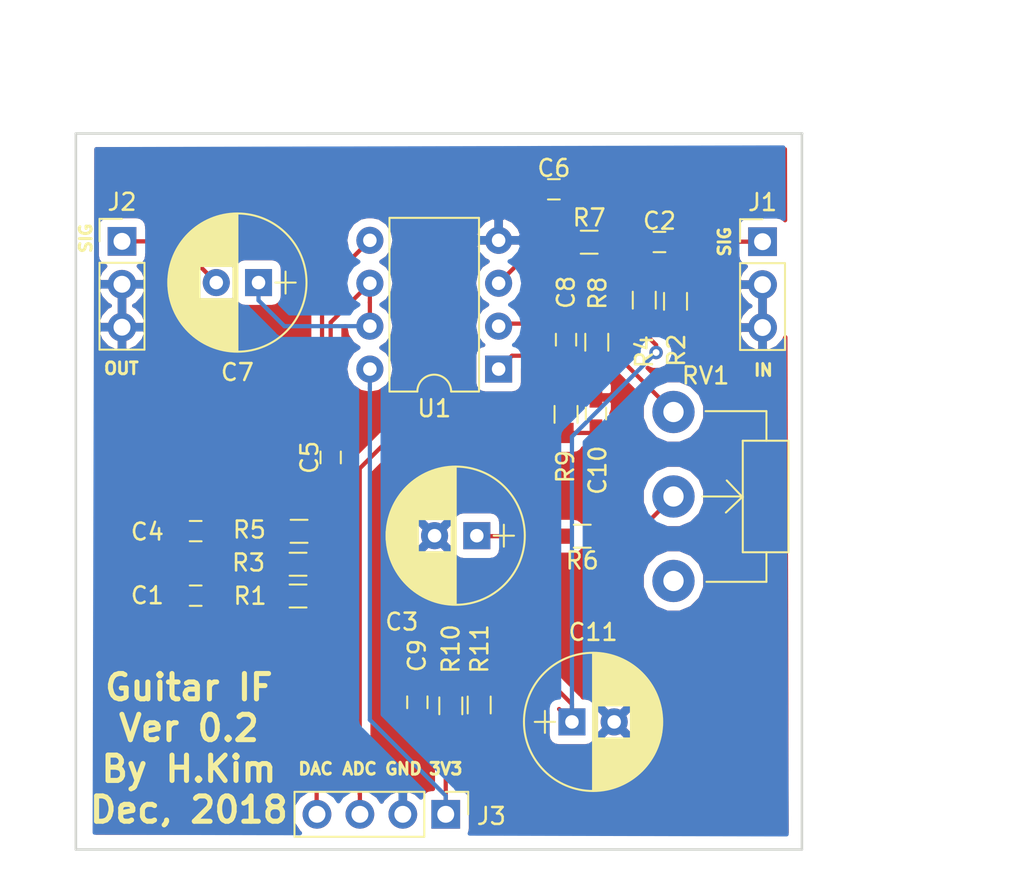
<source format=kicad_pcb>
(kicad_pcb (version 20171130) (host pcbnew "(5.0.1-3-g963ef8bb5)")

  (general
    (thickness 1.6)
    (drawings 16)
    (tracks 84)
    (zones 0)
    (modules 27)
    (nets 18)
  )

  (page A4)
  (layers
    (0 F.Cu signal)
    (31 B.Cu signal)
    (32 B.Adhes user)
    (33 F.Adhes user)
    (34 B.Paste user)
    (35 F.Paste user)
    (36 B.SilkS user)
    (37 F.SilkS user)
    (38 B.Mask user)
    (39 F.Mask user)
    (40 Dwgs.User user)
    (41 Cmts.User user)
    (42 Eco1.User user)
    (43 Eco2.User user)
    (44 Edge.Cuts user)
    (45 Margin user)
    (46 B.CrtYd user)
    (47 F.CrtYd user)
    (48 B.Fab user)
    (49 F.Fab user)
  )

  (setup
    (last_trace_width 0.25)
    (trace_clearance 0.2)
    (zone_clearance 0.508)
    (zone_45_only no)
    (trace_min 0.2)
    (segment_width 0.2)
    (edge_width 0.15)
    (via_size 0.8)
    (via_drill 0.4)
    (via_min_size 0.4)
    (via_min_drill 0.3)
    (uvia_size 0.3)
    (uvia_drill 0.1)
    (uvias_allowed no)
    (uvia_min_size 0.2)
    (uvia_min_drill 0.1)
    (pcb_text_width 0.3)
    (pcb_text_size 1.5 1.5)
    (mod_edge_width 0.15)
    (mod_text_size 1 1)
    (mod_text_width 0.15)
    (pad_size 1.524 1.524)
    (pad_drill 0.762)
    (pad_to_mask_clearance 0.051)
    (solder_mask_min_width 0.25)
    (aux_axis_origin 0 0)
    (visible_elements FFFFFF7F)
    (pcbplotparams
      (layerselection 0x010fc_ffffffff)
      (usegerberextensions false)
      (usegerberattributes false)
      (usegerberadvancedattributes false)
      (creategerberjobfile false)
      (excludeedgelayer true)
      (linewidth 0.100000)
      (plotframeref false)
      (viasonmask false)
      (mode 1)
      (useauxorigin false)
      (hpglpennumber 1)
      (hpglpenspeed 20)
      (hpglpendiameter 15.000000)
      (psnegative false)
      (psa4output false)
      (plotreference true)
      (plotvalue true)
      (plotinvisibletext false)
      (padsonsilk false)
      (subtractmaskfromsilk false)
      (outputformat 1)
      (mirror false)
      (drillshape 0)
      (scaleselection 1)
      (outputdirectory "manufacturing/"))
  )

  (net 0 "")
  (net 1 "Net-(C1-Pad2)")
  (net 2 /GND)
  (net 3 "Net-(C2-Pad2)")
  (net 4 "Net-(C2-Pad1)")
  (net 5 "Net-(C3-Pad1)")
  (net 6 "Net-(C4-Pad2)")
  (net 7 "Net-(C5-Pad2)")
  (net 8 "Net-(C5-Pad1)")
  (net 9 "Net-(C6-Pad2)")
  (net 10 "Net-(C7-Pad2)")
  (net 11 "Net-(C8-Pad1)")
  (net 12 "Net-(C8-Pad2)")
  (net 13 /3V3)
  (net 14 /ADC_IN)
  (net 15 /1V7)
  (net 16 /DAC_OUT)
  (net 17 "Net-(R6-Pad1)")

  (net_class Default "This is the default net class."
    (clearance 0.2)
    (trace_width 0.25)
    (via_dia 0.8)
    (via_drill 0.4)
    (uvia_dia 0.3)
    (uvia_drill 0.1)
    (add_net /1V7)
    (add_net /3V3)
    (add_net /ADC_IN)
    (add_net /DAC_OUT)
    (add_net /GND)
    (add_net "Net-(C1-Pad2)")
    (add_net "Net-(C2-Pad1)")
    (add_net "Net-(C2-Pad2)")
    (add_net "Net-(C3-Pad1)")
    (add_net "Net-(C4-Pad2)")
    (add_net "Net-(C5-Pad1)")
    (add_net "Net-(C5-Pad2)")
    (add_net "Net-(C6-Pad2)")
    (add_net "Net-(C7-Pad2)")
    (add_net "Net-(C8-Pad1)")
    (add_net "Net-(C8-Pad2)")
    (add_net "Net-(R6-Pad1)")
  )

  (module Capacitors_SMD:C_0603_HandSoldering (layer F.Cu) (tedit 58AA848B) (tstamp 5C10C805)
    (at 171.7 81.45)
    (descr "Capacitor SMD 0603, hand soldering")
    (tags "capacitor 0603")
    (path /5C1172A4)
    (attr smd)
    (fp_text reference C1 (at -2.86 -0.01) (layer F.SilkS)
      (effects (font (size 1 1) (thickness 0.15)))
    )
    (fp_text value 6.8nF (at 0 1.5) (layer F.Fab)
      (effects (font (size 1 1) (thickness 0.15)))
    )
    (fp_line (start 1.8 0.65) (end -1.8 0.65) (layer F.CrtYd) (width 0.05))
    (fp_line (start 1.8 0.65) (end 1.8 -0.65) (layer F.CrtYd) (width 0.05))
    (fp_line (start -1.8 -0.65) (end -1.8 0.65) (layer F.CrtYd) (width 0.05))
    (fp_line (start -1.8 -0.65) (end 1.8 -0.65) (layer F.CrtYd) (width 0.05))
    (fp_line (start 0.35 0.6) (end -0.35 0.6) (layer F.SilkS) (width 0.12))
    (fp_line (start -0.35 -0.6) (end 0.35 -0.6) (layer F.SilkS) (width 0.12))
    (fp_line (start -0.8 -0.4) (end 0.8 -0.4) (layer F.Fab) (width 0.1))
    (fp_line (start 0.8 -0.4) (end 0.8 0.4) (layer F.Fab) (width 0.1))
    (fp_line (start 0.8 0.4) (end -0.8 0.4) (layer F.Fab) (width 0.1))
    (fp_line (start -0.8 0.4) (end -0.8 -0.4) (layer F.Fab) (width 0.1))
    (fp_text user %R (at 0 -1.25) (layer F.Fab)
      (effects (font (size 1 1) (thickness 0.15)))
    )
    (pad 2 smd rect (at 0.95 0) (size 1.2 0.75) (layers F.Cu F.Paste F.Mask)
      (net 1 "Net-(C1-Pad2)"))
    (pad 1 smd rect (at -0.95 0) (size 1.2 0.75) (layers F.Cu F.Paste F.Mask)
      (net 2 /GND))
    (model Capacitors_SMD.3dshapes/C_0603.wrl
      (at (xyz 0 0 0))
      (scale (xyz 1 1 1))
      (rotate (xyz 0 0 0))
    )
  )

  (module Capacitors_SMD:C_0603_HandSoldering (layer F.Cu) (tedit 58AA848B) (tstamp 5C10C816)
    (at 199.15 60.52)
    (descr "Capacitor SMD 0603, hand soldering")
    (tags "capacitor 0603")
    (path /5C106D24)
    (attr smd)
    (fp_text reference C2 (at 0 -1.25) (layer F.SilkS)
      (effects (font (size 1 1) (thickness 0.15)))
    )
    (fp_text value 0.1uF (at 0 1.5) (layer F.Fab)
      (effects (font (size 1 1) (thickness 0.15)))
    )
    (fp_line (start 1.8 0.65) (end -1.8 0.65) (layer F.CrtYd) (width 0.05))
    (fp_line (start 1.8 0.65) (end 1.8 -0.65) (layer F.CrtYd) (width 0.05))
    (fp_line (start -1.8 -0.65) (end -1.8 0.65) (layer F.CrtYd) (width 0.05))
    (fp_line (start -1.8 -0.65) (end 1.8 -0.65) (layer F.CrtYd) (width 0.05))
    (fp_line (start 0.35 0.6) (end -0.35 0.6) (layer F.SilkS) (width 0.12))
    (fp_line (start -0.35 -0.6) (end 0.35 -0.6) (layer F.SilkS) (width 0.12))
    (fp_line (start -0.8 -0.4) (end 0.8 -0.4) (layer F.Fab) (width 0.1))
    (fp_line (start 0.8 -0.4) (end 0.8 0.4) (layer F.Fab) (width 0.1))
    (fp_line (start 0.8 0.4) (end -0.8 0.4) (layer F.Fab) (width 0.1))
    (fp_line (start -0.8 0.4) (end -0.8 -0.4) (layer F.Fab) (width 0.1))
    (fp_text user %R (at 0 -1.25) (layer F.Fab)
      (effects (font (size 1 1) (thickness 0.15)))
    )
    (pad 2 smd rect (at 0.95 0) (size 1.2 0.75) (layers F.Cu F.Paste F.Mask)
      (net 3 "Net-(C2-Pad2)"))
    (pad 1 smd rect (at -0.95 0) (size 1.2 0.75) (layers F.Cu F.Paste F.Mask)
      (net 4 "Net-(C2-Pad1)"))
    (model Capacitors_SMD.3dshapes/C_0603.wrl
      (at (xyz 0 0 0))
      (scale (xyz 1 1 1))
      (rotate (xyz 0 0 0))
    )
  )

  (module Capacitors_ThroughHole:CP_Radial_D8.0mm_P2.50mm (layer F.Cu) (tedit 597BC7C2) (tstamp 5C10C8BF)
    (at 188.34 77.9 180)
    (descr "CP, Radial series, Radial, pin pitch=2.50mm, , diameter=8mm, Electrolytic Capacitor")
    (tags "CP Radial series Radial pin pitch 2.50mm  diameter 8mm Electrolytic Capacitor")
    (path /5C110AEE)
    (fp_text reference C3 (at 4.44 -5.1 180) (layer F.SilkS)
      (effects (font (size 1 1) (thickness 0.15)))
    )
    (fp_text value 4.7uF (at 1.25 5.31 180) (layer F.Fab)
      (effects (font (size 1 1) (thickness 0.15)))
    )
    (fp_text user %R (at 1.25 0 180) (layer F.Fab)
      (effects (font (size 1 1) (thickness 0.15)))
    )
    (fp_line (start 5.6 -4.35) (end -3.1 -4.35) (layer F.CrtYd) (width 0.05))
    (fp_line (start 5.6 4.35) (end 5.6 -4.35) (layer F.CrtYd) (width 0.05))
    (fp_line (start -3.1 4.35) (end 5.6 4.35) (layer F.CrtYd) (width 0.05))
    (fp_line (start -3.1 -4.35) (end -3.1 4.35) (layer F.CrtYd) (width 0.05))
    (fp_line (start -1.6 -0.65) (end -1.6 0.65) (layer F.SilkS) (width 0.12))
    (fp_line (start -2.2 0) (end -1 0) (layer F.SilkS) (width 0.12))
    (fp_line (start 5.331 -0.246) (end 5.331 0.246) (layer F.SilkS) (width 0.12))
    (fp_line (start 5.291 -0.598) (end 5.291 0.598) (layer F.SilkS) (width 0.12))
    (fp_line (start 5.251 -0.814) (end 5.251 0.814) (layer F.SilkS) (width 0.12))
    (fp_line (start 5.211 -0.983) (end 5.211 0.983) (layer F.SilkS) (width 0.12))
    (fp_line (start 5.171 -1.127) (end 5.171 1.127) (layer F.SilkS) (width 0.12))
    (fp_line (start 5.131 -1.254) (end 5.131 1.254) (layer F.SilkS) (width 0.12))
    (fp_line (start 5.091 -1.369) (end 5.091 1.369) (layer F.SilkS) (width 0.12))
    (fp_line (start 5.051 -1.473) (end 5.051 1.473) (layer F.SilkS) (width 0.12))
    (fp_line (start 5.011 -1.57) (end 5.011 1.57) (layer F.SilkS) (width 0.12))
    (fp_line (start 4.971 -1.66) (end 4.971 1.66) (layer F.SilkS) (width 0.12))
    (fp_line (start 4.931 -1.745) (end 4.931 1.745) (layer F.SilkS) (width 0.12))
    (fp_line (start 4.891 -1.826) (end 4.891 1.826) (layer F.SilkS) (width 0.12))
    (fp_line (start 4.851 -1.902) (end 4.851 1.902) (layer F.SilkS) (width 0.12))
    (fp_line (start 4.811 -1.974) (end 4.811 1.974) (layer F.SilkS) (width 0.12))
    (fp_line (start 4.771 -2.043) (end 4.771 2.043) (layer F.SilkS) (width 0.12))
    (fp_line (start 4.731 -2.109) (end 4.731 2.109) (layer F.SilkS) (width 0.12))
    (fp_line (start 4.691 -2.173) (end 4.691 2.173) (layer F.SilkS) (width 0.12))
    (fp_line (start 4.651 -2.234) (end 4.651 2.234) (layer F.SilkS) (width 0.12))
    (fp_line (start 4.611 -2.293) (end 4.611 2.293) (layer F.SilkS) (width 0.12))
    (fp_line (start 4.571 -2.349) (end 4.571 2.349) (layer F.SilkS) (width 0.12))
    (fp_line (start 4.531 -2.404) (end 4.531 2.404) (layer F.SilkS) (width 0.12))
    (fp_line (start 4.491 -2.457) (end 4.491 2.457) (layer F.SilkS) (width 0.12))
    (fp_line (start 4.451 -2.508) (end 4.451 2.508) (layer F.SilkS) (width 0.12))
    (fp_line (start 4.411 -2.557) (end 4.411 2.557) (layer F.SilkS) (width 0.12))
    (fp_line (start 4.371 -2.605) (end 4.371 2.605) (layer F.SilkS) (width 0.12))
    (fp_line (start 4.331 -2.652) (end 4.331 2.652) (layer F.SilkS) (width 0.12))
    (fp_line (start 4.291 -2.697) (end 4.291 2.697) (layer F.SilkS) (width 0.12))
    (fp_line (start 4.251 -2.74) (end 4.251 2.74) (layer F.SilkS) (width 0.12))
    (fp_line (start 4.211 -2.783) (end 4.211 2.783) (layer F.SilkS) (width 0.12))
    (fp_line (start 4.171 -2.824) (end 4.171 2.824) (layer F.SilkS) (width 0.12))
    (fp_line (start 4.131 -2.865) (end 4.131 2.865) (layer F.SilkS) (width 0.12))
    (fp_line (start 4.091 -2.904) (end 4.091 2.904) (layer F.SilkS) (width 0.12))
    (fp_line (start 4.051 -2.942) (end 4.051 2.942) (layer F.SilkS) (width 0.12))
    (fp_line (start 4.011 -2.979) (end 4.011 2.979) (layer F.SilkS) (width 0.12))
    (fp_line (start 3.971 -3.015) (end 3.971 3.015) (layer F.SilkS) (width 0.12))
    (fp_line (start 3.931 -3.05) (end 3.931 3.05) (layer F.SilkS) (width 0.12))
    (fp_line (start 3.891 -3.084) (end 3.891 3.084) (layer F.SilkS) (width 0.12))
    (fp_line (start 3.851 -3.118) (end 3.851 3.118) (layer F.SilkS) (width 0.12))
    (fp_line (start 3.811 -3.15) (end 3.811 3.15) (layer F.SilkS) (width 0.12))
    (fp_line (start 3.771 -3.182) (end 3.771 3.182) (layer F.SilkS) (width 0.12))
    (fp_line (start 3.731 -3.213) (end 3.731 3.213) (layer F.SilkS) (width 0.12))
    (fp_line (start 3.691 -3.243) (end 3.691 3.243) (layer F.SilkS) (width 0.12))
    (fp_line (start 3.651 -3.272) (end 3.651 3.272) (layer F.SilkS) (width 0.12))
    (fp_line (start 3.611 -3.301) (end 3.611 3.301) (layer F.SilkS) (width 0.12))
    (fp_line (start 3.571 -3.329) (end 3.571 3.329) (layer F.SilkS) (width 0.12))
    (fp_line (start 3.531 -3.356) (end 3.531 3.356) (layer F.SilkS) (width 0.12))
    (fp_line (start 3.491 -3.383) (end 3.491 3.383) (layer F.SilkS) (width 0.12))
    (fp_line (start 3.451 0.98) (end 3.451 3.408) (layer F.SilkS) (width 0.12))
    (fp_line (start 3.451 -3.408) (end 3.451 -0.98) (layer F.SilkS) (width 0.12))
    (fp_line (start 3.411 0.98) (end 3.411 3.434) (layer F.SilkS) (width 0.12))
    (fp_line (start 3.411 -3.434) (end 3.411 -0.98) (layer F.SilkS) (width 0.12))
    (fp_line (start 3.371 0.98) (end 3.371 3.458) (layer F.SilkS) (width 0.12))
    (fp_line (start 3.371 -3.458) (end 3.371 -0.98) (layer F.SilkS) (width 0.12))
    (fp_line (start 3.331 0.98) (end 3.331 3.482) (layer F.SilkS) (width 0.12))
    (fp_line (start 3.331 -3.482) (end 3.331 -0.98) (layer F.SilkS) (width 0.12))
    (fp_line (start 3.291 0.98) (end 3.291 3.505) (layer F.SilkS) (width 0.12))
    (fp_line (start 3.291 -3.505) (end 3.291 -0.98) (layer F.SilkS) (width 0.12))
    (fp_line (start 3.251 0.98) (end 3.251 3.528) (layer F.SilkS) (width 0.12))
    (fp_line (start 3.251 -3.528) (end 3.251 -0.98) (layer F.SilkS) (width 0.12))
    (fp_line (start 3.211 0.98) (end 3.211 3.55) (layer F.SilkS) (width 0.12))
    (fp_line (start 3.211 -3.55) (end 3.211 -0.98) (layer F.SilkS) (width 0.12))
    (fp_line (start 3.171 0.98) (end 3.171 3.572) (layer F.SilkS) (width 0.12))
    (fp_line (start 3.171 -3.572) (end 3.171 -0.98) (layer F.SilkS) (width 0.12))
    (fp_line (start 3.131 0.98) (end 3.131 3.593) (layer F.SilkS) (width 0.12))
    (fp_line (start 3.131 -3.593) (end 3.131 -0.98) (layer F.SilkS) (width 0.12))
    (fp_line (start 3.091 0.98) (end 3.091 3.613) (layer F.SilkS) (width 0.12))
    (fp_line (start 3.091 -3.613) (end 3.091 -0.98) (layer F.SilkS) (width 0.12))
    (fp_line (start 3.051 0.98) (end 3.051 3.633) (layer F.SilkS) (width 0.12))
    (fp_line (start 3.051 -3.633) (end 3.051 -0.98) (layer F.SilkS) (width 0.12))
    (fp_line (start 3.011 0.98) (end 3.011 3.652) (layer F.SilkS) (width 0.12))
    (fp_line (start 3.011 -3.652) (end 3.011 -0.98) (layer F.SilkS) (width 0.12))
    (fp_line (start 2.971 0.98) (end 2.971 3.671) (layer F.SilkS) (width 0.12))
    (fp_line (start 2.971 -3.671) (end 2.971 -0.98) (layer F.SilkS) (width 0.12))
    (fp_line (start 2.931 0.98) (end 2.931 3.69) (layer F.SilkS) (width 0.12))
    (fp_line (start 2.931 -3.69) (end 2.931 -0.98) (layer F.SilkS) (width 0.12))
    (fp_line (start 2.891 0.98) (end 2.891 3.707) (layer F.SilkS) (width 0.12))
    (fp_line (start 2.891 -3.707) (end 2.891 -0.98) (layer F.SilkS) (width 0.12))
    (fp_line (start 2.851 0.98) (end 2.851 3.725) (layer F.SilkS) (width 0.12))
    (fp_line (start 2.851 -3.725) (end 2.851 -0.98) (layer F.SilkS) (width 0.12))
    (fp_line (start 2.811 0.98) (end 2.811 3.741) (layer F.SilkS) (width 0.12))
    (fp_line (start 2.811 -3.741) (end 2.811 -0.98) (layer F.SilkS) (width 0.12))
    (fp_line (start 2.771 0.98) (end 2.771 3.758) (layer F.SilkS) (width 0.12))
    (fp_line (start 2.771 -3.758) (end 2.771 -0.98) (layer F.SilkS) (width 0.12))
    (fp_line (start 2.731 0.98) (end 2.731 3.773) (layer F.SilkS) (width 0.12))
    (fp_line (start 2.731 -3.773) (end 2.731 -0.98) (layer F.SilkS) (width 0.12))
    (fp_line (start 2.691 0.98) (end 2.691 3.789) (layer F.SilkS) (width 0.12))
    (fp_line (start 2.691 -3.789) (end 2.691 -0.98) (layer F.SilkS) (width 0.12))
    (fp_line (start 2.651 0.98) (end 2.651 3.803) (layer F.SilkS) (width 0.12))
    (fp_line (start 2.651 -3.803) (end 2.651 -0.98) (layer F.SilkS) (width 0.12))
    (fp_line (start 2.611 0.98) (end 2.611 3.818) (layer F.SilkS) (width 0.12))
    (fp_line (start 2.611 -3.818) (end 2.611 -0.98) (layer F.SilkS) (width 0.12))
    (fp_line (start 2.571 0.98) (end 2.571 3.832) (layer F.SilkS) (width 0.12))
    (fp_line (start 2.571 -3.832) (end 2.571 -0.98) (layer F.SilkS) (width 0.12))
    (fp_line (start 2.531 0.98) (end 2.531 3.845) (layer F.SilkS) (width 0.12))
    (fp_line (start 2.531 -3.845) (end 2.531 -0.98) (layer F.SilkS) (width 0.12))
    (fp_line (start 2.491 0.98) (end 2.491 3.858) (layer F.SilkS) (width 0.12))
    (fp_line (start 2.491 -3.858) (end 2.491 -0.98) (layer F.SilkS) (width 0.12))
    (fp_line (start 2.451 0.98) (end 2.451 3.87) (layer F.SilkS) (width 0.12))
    (fp_line (start 2.451 -3.87) (end 2.451 -0.98) (layer F.SilkS) (width 0.12))
    (fp_line (start 2.411 0.98) (end 2.411 3.883) (layer F.SilkS) (width 0.12))
    (fp_line (start 2.411 -3.883) (end 2.411 -0.98) (layer F.SilkS) (width 0.12))
    (fp_line (start 2.371 0.98) (end 2.371 3.894) (layer F.SilkS) (width 0.12))
    (fp_line (start 2.371 -3.894) (end 2.371 -0.98) (layer F.SilkS) (width 0.12))
    (fp_line (start 2.331 0.98) (end 2.331 3.905) (layer F.SilkS) (width 0.12))
    (fp_line (start 2.331 -3.905) (end 2.331 -0.98) (layer F.SilkS) (width 0.12))
    (fp_line (start 2.291 0.98) (end 2.291 3.916) (layer F.SilkS) (width 0.12))
    (fp_line (start 2.291 -3.916) (end 2.291 -0.98) (layer F.SilkS) (width 0.12))
    (fp_line (start 2.251 0.98) (end 2.251 3.926) (layer F.SilkS) (width 0.12))
    (fp_line (start 2.251 -3.926) (end 2.251 -0.98) (layer F.SilkS) (width 0.12))
    (fp_line (start 2.211 0.98) (end 2.211 3.936) (layer F.SilkS) (width 0.12))
    (fp_line (start 2.211 -3.936) (end 2.211 -0.98) (layer F.SilkS) (width 0.12))
    (fp_line (start 2.171 0.98) (end 2.171 3.946) (layer F.SilkS) (width 0.12))
    (fp_line (start 2.171 -3.946) (end 2.171 -0.98) (layer F.SilkS) (width 0.12))
    (fp_line (start 2.131 0.98) (end 2.131 3.955) (layer F.SilkS) (width 0.12))
    (fp_line (start 2.131 -3.955) (end 2.131 -0.98) (layer F.SilkS) (width 0.12))
    (fp_line (start 2.091 0.98) (end 2.091 3.963) (layer F.SilkS) (width 0.12))
    (fp_line (start 2.091 -3.963) (end 2.091 -0.98) (layer F.SilkS) (width 0.12))
    (fp_line (start 2.051 0.98) (end 2.051 3.971) (layer F.SilkS) (width 0.12))
    (fp_line (start 2.051 -3.971) (end 2.051 -0.98) (layer F.SilkS) (width 0.12))
    (fp_line (start 2.011 0.98) (end 2.011 3.979) (layer F.SilkS) (width 0.12))
    (fp_line (start 2.011 -3.979) (end 2.011 -0.98) (layer F.SilkS) (width 0.12))
    (fp_line (start 1.971 0.98) (end 1.971 3.987) (layer F.SilkS) (width 0.12))
    (fp_line (start 1.971 -3.987) (end 1.971 -0.98) (layer F.SilkS) (width 0.12))
    (fp_line (start 1.93 0.98) (end 1.93 3.994) (layer F.SilkS) (width 0.12))
    (fp_line (start 1.93 -3.994) (end 1.93 -0.98) (layer F.SilkS) (width 0.12))
    (fp_line (start 1.89 0.98) (end 1.89 4) (layer F.SilkS) (width 0.12))
    (fp_line (start 1.89 -4) (end 1.89 -0.98) (layer F.SilkS) (width 0.12))
    (fp_line (start 1.85 0.98) (end 1.85 4.006) (layer F.SilkS) (width 0.12))
    (fp_line (start 1.85 -4.006) (end 1.85 -0.98) (layer F.SilkS) (width 0.12))
    (fp_line (start 1.81 0.98) (end 1.81 4.012) (layer F.SilkS) (width 0.12))
    (fp_line (start 1.81 -4.012) (end 1.81 -0.98) (layer F.SilkS) (width 0.12))
    (fp_line (start 1.77 0.98) (end 1.77 4.017) (layer F.SilkS) (width 0.12))
    (fp_line (start 1.77 -4.017) (end 1.77 -0.98) (layer F.SilkS) (width 0.12))
    (fp_line (start 1.73 0.98) (end 1.73 4.022) (layer F.SilkS) (width 0.12))
    (fp_line (start 1.73 -4.022) (end 1.73 -0.98) (layer F.SilkS) (width 0.12))
    (fp_line (start 1.69 0.98) (end 1.69 4.027) (layer F.SilkS) (width 0.12))
    (fp_line (start 1.69 -4.027) (end 1.69 -0.98) (layer F.SilkS) (width 0.12))
    (fp_line (start 1.65 0.98) (end 1.65 4.031) (layer F.SilkS) (width 0.12))
    (fp_line (start 1.65 -4.031) (end 1.65 -0.98) (layer F.SilkS) (width 0.12))
    (fp_line (start 1.61 0.98) (end 1.61 4.035) (layer F.SilkS) (width 0.12))
    (fp_line (start 1.61 -4.035) (end 1.61 -0.98) (layer F.SilkS) (width 0.12))
    (fp_line (start 1.57 0.98) (end 1.57 4.038) (layer F.SilkS) (width 0.12))
    (fp_line (start 1.57 -4.038) (end 1.57 -0.98) (layer F.SilkS) (width 0.12))
    (fp_line (start 1.53 0.98) (end 1.53 4.041) (layer F.SilkS) (width 0.12))
    (fp_line (start 1.53 -4.041) (end 1.53 -0.98) (layer F.SilkS) (width 0.12))
    (fp_line (start 1.49 -4.043) (end 1.49 4.043) (layer F.SilkS) (width 0.12))
    (fp_line (start 1.45 -4.046) (end 1.45 4.046) (layer F.SilkS) (width 0.12))
    (fp_line (start 1.41 -4.047) (end 1.41 4.047) (layer F.SilkS) (width 0.12))
    (fp_line (start 1.37 -4.049) (end 1.37 4.049) (layer F.SilkS) (width 0.12))
    (fp_line (start 1.33 -4.05) (end 1.33 4.05) (layer F.SilkS) (width 0.12))
    (fp_line (start 1.29 -4.05) (end 1.29 4.05) (layer F.SilkS) (width 0.12))
    (fp_line (start 1.25 -4.05) (end 1.25 4.05) (layer F.SilkS) (width 0.12))
    (fp_line (start -1.6 -0.65) (end -1.6 0.65) (layer F.Fab) (width 0.1))
    (fp_line (start -2.2 0) (end -1 0) (layer F.Fab) (width 0.1))
    (fp_circle (center 1.25 0) (end 5.34 0) (layer F.SilkS) (width 0.12))
    (fp_circle (center 1.25 0) (end 5.25 0) (layer F.Fab) (width 0.1))
    (pad 2 thru_hole circle (at 2.5 0 180) (size 1.6 1.6) (drill 0.8) (layers *.Cu *.Mask)
      (net 2 /GND))
    (pad 1 thru_hole rect (at 0 0 180) (size 1.6 1.6) (drill 0.8) (layers *.Cu *.Mask)
      (net 5 "Net-(C3-Pad1)"))
    (model ${KISYS3DMOD}/Capacitors_THT.3dshapes/CP_Radial_D8.0mm_P2.50mm.wrl
      (at (xyz 0 0 0))
      (scale (xyz 1 1 1))
      (rotate (xyz 0 0 0))
    )
  )

  (module Capacitors_SMD:C_0603_HandSoldering (layer F.Cu) (tedit 58AA848B) (tstamp 5C10C8D0)
    (at 171.7 77.63)
    (descr "Capacitor SMD 0603, hand soldering")
    (tags "capacitor 0603")
    (path /5C11C002)
    (attr smd)
    (fp_text reference C4 (at -2.86 0.04) (layer F.SilkS)
      (effects (font (size 1 1) (thickness 0.15)))
    )
    (fp_text value 6.8nF (at 0 1.5) (layer F.Fab)
      (effects (font (size 1 1) (thickness 0.15)))
    )
    (fp_text user %R (at 0 -1.25) (layer F.Fab)
      (effects (font (size 1 1) (thickness 0.15)))
    )
    (fp_line (start -0.8 0.4) (end -0.8 -0.4) (layer F.Fab) (width 0.1))
    (fp_line (start 0.8 0.4) (end -0.8 0.4) (layer F.Fab) (width 0.1))
    (fp_line (start 0.8 -0.4) (end 0.8 0.4) (layer F.Fab) (width 0.1))
    (fp_line (start -0.8 -0.4) (end 0.8 -0.4) (layer F.Fab) (width 0.1))
    (fp_line (start -0.35 -0.6) (end 0.35 -0.6) (layer F.SilkS) (width 0.12))
    (fp_line (start 0.35 0.6) (end -0.35 0.6) (layer F.SilkS) (width 0.12))
    (fp_line (start -1.8 -0.65) (end 1.8 -0.65) (layer F.CrtYd) (width 0.05))
    (fp_line (start -1.8 -0.65) (end -1.8 0.65) (layer F.CrtYd) (width 0.05))
    (fp_line (start 1.8 0.65) (end 1.8 -0.65) (layer F.CrtYd) (width 0.05))
    (fp_line (start 1.8 0.65) (end -1.8 0.65) (layer F.CrtYd) (width 0.05))
    (pad 1 smd rect (at -0.95 0) (size 1.2 0.75) (layers F.Cu F.Paste F.Mask)
      (net 2 /GND))
    (pad 2 smd rect (at 0.95 0) (size 1.2 0.75) (layers F.Cu F.Paste F.Mask)
      (net 6 "Net-(C4-Pad2)"))
    (model Capacitors_SMD.3dshapes/C_0603.wrl
      (at (xyz 0 0 0))
      (scale (xyz 1 1 1))
      (rotate (xyz 0 0 0))
    )
  )

  (module Capacitors_SMD:C_0603_HandSoldering (layer F.Cu) (tedit 58AA848B) (tstamp 5C10C8E1)
    (at 179.69 73.27 90)
    (descr "Capacitor SMD 0603, hand soldering")
    (tags "capacitor 0603")
    (path /5C134E87)
    (attr smd)
    (fp_text reference C5 (at 0 -1.25 90) (layer F.SilkS)
      (effects (font (size 1 1) (thickness 0.15)))
    )
    (fp_text value 6.8nF (at 0 1.5 90) (layer F.Fab)
      (effects (font (size 1 1) (thickness 0.15)))
    )
    (fp_line (start 1.8 0.65) (end -1.8 0.65) (layer F.CrtYd) (width 0.05))
    (fp_line (start 1.8 0.65) (end 1.8 -0.65) (layer F.CrtYd) (width 0.05))
    (fp_line (start -1.8 -0.65) (end -1.8 0.65) (layer F.CrtYd) (width 0.05))
    (fp_line (start -1.8 -0.65) (end 1.8 -0.65) (layer F.CrtYd) (width 0.05))
    (fp_line (start 0.35 0.6) (end -0.35 0.6) (layer F.SilkS) (width 0.12))
    (fp_line (start -0.35 -0.6) (end 0.35 -0.6) (layer F.SilkS) (width 0.12))
    (fp_line (start -0.8 -0.4) (end 0.8 -0.4) (layer F.Fab) (width 0.1))
    (fp_line (start 0.8 -0.4) (end 0.8 0.4) (layer F.Fab) (width 0.1))
    (fp_line (start 0.8 0.4) (end -0.8 0.4) (layer F.Fab) (width 0.1))
    (fp_line (start -0.8 0.4) (end -0.8 -0.4) (layer F.Fab) (width 0.1))
    (fp_text user %R (at 0 -1.25 90) (layer F.Fab)
      (effects (font (size 1 1) (thickness 0.15)))
    )
    (pad 2 smd rect (at 0.95 0 90) (size 1.2 0.75) (layers F.Cu F.Paste F.Mask)
      (net 7 "Net-(C5-Pad2)"))
    (pad 1 smd rect (at -0.95 0 90) (size 1.2 0.75) (layers F.Cu F.Paste F.Mask)
      (net 8 "Net-(C5-Pad1)"))
    (model Capacitors_SMD.3dshapes/C_0603.wrl
      (at (xyz 0 0 0))
      (scale (xyz 1 1 1))
      (rotate (xyz 0 0 0))
    )
  )

  (module Capacitors_SMD:C_0603_HandSoldering (layer F.Cu) (tedit 58AA848B) (tstamp 5C10C8F2)
    (at 192.9 57.4)
    (descr "Capacitor SMD 0603, hand soldering")
    (tags "capacitor 0603")
    (path /5C108172)
    (attr smd)
    (fp_text reference C6 (at 0 -1.25) (layer F.SilkS)
      (effects (font (size 1 1) (thickness 0.15)))
    )
    (fp_text value 6.8nF (at 0 1.5) (layer F.Fab)
      (effects (font (size 1 1) (thickness 0.15)))
    )
    (fp_text user %R (at 0 -1.25) (layer F.Fab)
      (effects (font (size 1 1) (thickness 0.15)))
    )
    (fp_line (start -0.8 0.4) (end -0.8 -0.4) (layer F.Fab) (width 0.1))
    (fp_line (start 0.8 0.4) (end -0.8 0.4) (layer F.Fab) (width 0.1))
    (fp_line (start 0.8 -0.4) (end 0.8 0.4) (layer F.Fab) (width 0.1))
    (fp_line (start -0.8 -0.4) (end 0.8 -0.4) (layer F.Fab) (width 0.1))
    (fp_line (start -0.35 -0.6) (end 0.35 -0.6) (layer F.SilkS) (width 0.12))
    (fp_line (start 0.35 0.6) (end -0.35 0.6) (layer F.SilkS) (width 0.12))
    (fp_line (start -1.8 -0.65) (end 1.8 -0.65) (layer F.CrtYd) (width 0.05))
    (fp_line (start -1.8 -0.65) (end -1.8 0.65) (layer F.CrtYd) (width 0.05))
    (fp_line (start 1.8 0.65) (end 1.8 -0.65) (layer F.CrtYd) (width 0.05))
    (fp_line (start 1.8 0.65) (end -1.8 0.65) (layer F.CrtYd) (width 0.05))
    (pad 1 smd rect (at -0.95 0) (size 1.2 0.75) (layers F.Cu F.Paste F.Mask)
      (net 2 /GND))
    (pad 2 smd rect (at 0.95 0) (size 1.2 0.75) (layers F.Cu F.Paste F.Mask)
      (net 9 "Net-(C6-Pad2)"))
    (model Capacitors_SMD.3dshapes/C_0603.wrl
      (at (xyz 0 0 0))
      (scale (xyz 1 1 1))
      (rotate (xyz 0 0 0))
    )
  )

  (module Capacitors_ThroughHole:CP_Radial_D8.0mm_P2.50mm (layer F.Cu) (tedit 597BC7C2) (tstamp 5C10C99B)
    (at 175.42 62.92 180)
    (descr "CP, Radial series, Radial, pin pitch=2.50mm, , diameter=8mm, Electrolytic Capacitor")
    (tags "CP Radial series Radial pin pitch 2.50mm  diameter 8mm Electrolytic Capacitor")
    (path /5C11EB2A)
    (fp_text reference C7 (at 1.25 -5.31 180) (layer F.SilkS)
      (effects (font (size 1 1) (thickness 0.15)))
    )
    (fp_text value 4.7uF (at 1.25 5.31 180) (layer F.Fab)
      (effects (font (size 1 1) (thickness 0.15)))
    )
    (fp_circle (center 1.25 0) (end 5.25 0) (layer F.Fab) (width 0.1))
    (fp_circle (center 1.25 0) (end 5.34 0) (layer F.SilkS) (width 0.12))
    (fp_line (start -2.2 0) (end -1 0) (layer F.Fab) (width 0.1))
    (fp_line (start -1.6 -0.65) (end -1.6 0.65) (layer F.Fab) (width 0.1))
    (fp_line (start 1.25 -4.05) (end 1.25 4.05) (layer F.SilkS) (width 0.12))
    (fp_line (start 1.29 -4.05) (end 1.29 4.05) (layer F.SilkS) (width 0.12))
    (fp_line (start 1.33 -4.05) (end 1.33 4.05) (layer F.SilkS) (width 0.12))
    (fp_line (start 1.37 -4.049) (end 1.37 4.049) (layer F.SilkS) (width 0.12))
    (fp_line (start 1.41 -4.047) (end 1.41 4.047) (layer F.SilkS) (width 0.12))
    (fp_line (start 1.45 -4.046) (end 1.45 4.046) (layer F.SilkS) (width 0.12))
    (fp_line (start 1.49 -4.043) (end 1.49 4.043) (layer F.SilkS) (width 0.12))
    (fp_line (start 1.53 -4.041) (end 1.53 -0.98) (layer F.SilkS) (width 0.12))
    (fp_line (start 1.53 0.98) (end 1.53 4.041) (layer F.SilkS) (width 0.12))
    (fp_line (start 1.57 -4.038) (end 1.57 -0.98) (layer F.SilkS) (width 0.12))
    (fp_line (start 1.57 0.98) (end 1.57 4.038) (layer F.SilkS) (width 0.12))
    (fp_line (start 1.61 -4.035) (end 1.61 -0.98) (layer F.SilkS) (width 0.12))
    (fp_line (start 1.61 0.98) (end 1.61 4.035) (layer F.SilkS) (width 0.12))
    (fp_line (start 1.65 -4.031) (end 1.65 -0.98) (layer F.SilkS) (width 0.12))
    (fp_line (start 1.65 0.98) (end 1.65 4.031) (layer F.SilkS) (width 0.12))
    (fp_line (start 1.69 -4.027) (end 1.69 -0.98) (layer F.SilkS) (width 0.12))
    (fp_line (start 1.69 0.98) (end 1.69 4.027) (layer F.SilkS) (width 0.12))
    (fp_line (start 1.73 -4.022) (end 1.73 -0.98) (layer F.SilkS) (width 0.12))
    (fp_line (start 1.73 0.98) (end 1.73 4.022) (layer F.SilkS) (width 0.12))
    (fp_line (start 1.77 -4.017) (end 1.77 -0.98) (layer F.SilkS) (width 0.12))
    (fp_line (start 1.77 0.98) (end 1.77 4.017) (layer F.SilkS) (width 0.12))
    (fp_line (start 1.81 -4.012) (end 1.81 -0.98) (layer F.SilkS) (width 0.12))
    (fp_line (start 1.81 0.98) (end 1.81 4.012) (layer F.SilkS) (width 0.12))
    (fp_line (start 1.85 -4.006) (end 1.85 -0.98) (layer F.SilkS) (width 0.12))
    (fp_line (start 1.85 0.98) (end 1.85 4.006) (layer F.SilkS) (width 0.12))
    (fp_line (start 1.89 -4) (end 1.89 -0.98) (layer F.SilkS) (width 0.12))
    (fp_line (start 1.89 0.98) (end 1.89 4) (layer F.SilkS) (width 0.12))
    (fp_line (start 1.93 -3.994) (end 1.93 -0.98) (layer F.SilkS) (width 0.12))
    (fp_line (start 1.93 0.98) (end 1.93 3.994) (layer F.SilkS) (width 0.12))
    (fp_line (start 1.971 -3.987) (end 1.971 -0.98) (layer F.SilkS) (width 0.12))
    (fp_line (start 1.971 0.98) (end 1.971 3.987) (layer F.SilkS) (width 0.12))
    (fp_line (start 2.011 -3.979) (end 2.011 -0.98) (layer F.SilkS) (width 0.12))
    (fp_line (start 2.011 0.98) (end 2.011 3.979) (layer F.SilkS) (width 0.12))
    (fp_line (start 2.051 -3.971) (end 2.051 -0.98) (layer F.SilkS) (width 0.12))
    (fp_line (start 2.051 0.98) (end 2.051 3.971) (layer F.SilkS) (width 0.12))
    (fp_line (start 2.091 -3.963) (end 2.091 -0.98) (layer F.SilkS) (width 0.12))
    (fp_line (start 2.091 0.98) (end 2.091 3.963) (layer F.SilkS) (width 0.12))
    (fp_line (start 2.131 -3.955) (end 2.131 -0.98) (layer F.SilkS) (width 0.12))
    (fp_line (start 2.131 0.98) (end 2.131 3.955) (layer F.SilkS) (width 0.12))
    (fp_line (start 2.171 -3.946) (end 2.171 -0.98) (layer F.SilkS) (width 0.12))
    (fp_line (start 2.171 0.98) (end 2.171 3.946) (layer F.SilkS) (width 0.12))
    (fp_line (start 2.211 -3.936) (end 2.211 -0.98) (layer F.SilkS) (width 0.12))
    (fp_line (start 2.211 0.98) (end 2.211 3.936) (layer F.SilkS) (width 0.12))
    (fp_line (start 2.251 -3.926) (end 2.251 -0.98) (layer F.SilkS) (width 0.12))
    (fp_line (start 2.251 0.98) (end 2.251 3.926) (layer F.SilkS) (width 0.12))
    (fp_line (start 2.291 -3.916) (end 2.291 -0.98) (layer F.SilkS) (width 0.12))
    (fp_line (start 2.291 0.98) (end 2.291 3.916) (layer F.SilkS) (width 0.12))
    (fp_line (start 2.331 -3.905) (end 2.331 -0.98) (layer F.SilkS) (width 0.12))
    (fp_line (start 2.331 0.98) (end 2.331 3.905) (layer F.SilkS) (width 0.12))
    (fp_line (start 2.371 -3.894) (end 2.371 -0.98) (layer F.SilkS) (width 0.12))
    (fp_line (start 2.371 0.98) (end 2.371 3.894) (layer F.SilkS) (width 0.12))
    (fp_line (start 2.411 -3.883) (end 2.411 -0.98) (layer F.SilkS) (width 0.12))
    (fp_line (start 2.411 0.98) (end 2.411 3.883) (layer F.SilkS) (width 0.12))
    (fp_line (start 2.451 -3.87) (end 2.451 -0.98) (layer F.SilkS) (width 0.12))
    (fp_line (start 2.451 0.98) (end 2.451 3.87) (layer F.SilkS) (width 0.12))
    (fp_line (start 2.491 -3.858) (end 2.491 -0.98) (layer F.SilkS) (width 0.12))
    (fp_line (start 2.491 0.98) (end 2.491 3.858) (layer F.SilkS) (width 0.12))
    (fp_line (start 2.531 -3.845) (end 2.531 -0.98) (layer F.SilkS) (width 0.12))
    (fp_line (start 2.531 0.98) (end 2.531 3.845) (layer F.SilkS) (width 0.12))
    (fp_line (start 2.571 -3.832) (end 2.571 -0.98) (layer F.SilkS) (width 0.12))
    (fp_line (start 2.571 0.98) (end 2.571 3.832) (layer F.SilkS) (width 0.12))
    (fp_line (start 2.611 -3.818) (end 2.611 -0.98) (layer F.SilkS) (width 0.12))
    (fp_line (start 2.611 0.98) (end 2.611 3.818) (layer F.SilkS) (width 0.12))
    (fp_line (start 2.651 -3.803) (end 2.651 -0.98) (layer F.SilkS) (width 0.12))
    (fp_line (start 2.651 0.98) (end 2.651 3.803) (layer F.SilkS) (width 0.12))
    (fp_line (start 2.691 -3.789) (end 2.691 -0.98) (layer F.SilkS) (width 0.12))
    (fp_line (start 2.691 0.98) (end 2.691 3.789) (layer F.SilkS) (width 0.12))
    (fp_line (start 2.731 -3.773) (end 2.731 -0.98) (layer F.SilkS) (width 0.12))
    (fp_line (start 2.731 0.98) (end 2.731 3.773) (layer F.SilkS) (width 0.12))
    (fp_line (start 2.771 -3.758) (end 2.771 -0.98) (layer F.SilkS) (width 0.12))
    (fp_line (start 2.771 0.98) (end 2.771 3.758) (layer F.SilkS) (width 0.12))
    (fp_line (start 2.811 -3.741) (end 2.811 -0.98) (layer F.SilkS) (width 0.12))
    (fp_line (start 2.811 0.98) (end 2.811 3.741) (layer F.SilkS) (width 0.12))
    (fp_line (start 2.851 -3.725) (end 2.851 -0.98) (layer F.SilkS) (width 0.12))
    (fp_line (start 2.851 0.98) (end 2.851 3.725) (layer F.SilkS) (width 0.12))
    (fp_line (start 2.891 -3.707) (end 2.891 -0.98) (layer F.SilkS) (width 0.12))
    (fp_line (start 2.891 0.98) (end 2.891 3.707) (layer F.SilkS) (width 0.12))
    (fp_line (start 2.931 -3.69) (end 2.931 -0.98) (layer F.SilkS) (width 0.12))
    (fp_line (start 2.931 0.98) (end 2.931 3.69) (layer F.SilkS) (width 0.12))
    (fp_line (start 2.971 -3.671) (end 2.971 -0.98) (layer F.SilkS) (width 0.12))
    (fp_line (start 2.971 0.98) (end 2.971 3.671) (layer F.SilkS) (width 0.12))
    (fp_line (start 3.011 -3.652) (end 3.011 -0.98) (layer F.SilkS) (width 0.12))
    (fp_line (start 3.011 0.98) (end 3.011 3.652) (layer F.SilkS) (width 0.12))
    (fp_line (start 3.051 -3.633) (end 3.051 -0.98) (layer F.SilkS) (width 0.12))
    (fp_line (start 3.051 0.98) (end 3.051 3.633) (layer F.SilkS) (width 0.12))
    (fp_line (start 3.091 -3.613) (end 3.091 -0.98) (layer F.SilkS) (width 0.12))
    (fp_line (start 3.091 0.98) (end 3.091 3.613) (layer F.SilkS) (width 0.12))
    (fp_line (start 3.131 -3.593) (end 3.131 -0.98) (layer F.SilkS) (width 0.12))
    (fp_line (start 3.131 0.98) (end 3.131 3.593) (layer F.SilkS) (width 0.12))
    (fp_line (start 3.171 -3.572) (end 3.171 -0.98) (layer F.SilkS) (width 0.12))
    (fp_line (start 3.171 0.98) (end 3.171 3.572) (layer F.SilkS) (width 0.12))
    (fp_line (start 3.211 -3.55) (end 3.211 -0.98) (layer F.SilkS) (width 0.12))
    (fp_line (start 3.211 0.98) (end 3.211 3.55) (layer F.SilkS) (width 0.12))
    (fp_line (start 3.251 -3.528) (end 3.251 -0.98) (layer F.SilkS) (width 0.12))
    (fp_line (start 3.251 0.98) (end 3.251 3.528) (layer F.SilkS) (width 0.12))
    (fp_line (start 3.291 -3.505) (end 3.291 -0.98) (layer F.SilkS) (width 0.12))
    (fp_line (start 3.291 0.98) (end 3.291 3.505) (layer F.SilkS) (width 0.12))
    (fp_line (start 3.331 -3.482) (end 3.331 -0.98) (layer F.SilkS) (width 0.12))
    (fp_line (start 3.331 0.98) (end 3.331 3.482) (layer F.SilkS) (width 0.12))
    (fp_line (start 3.371 -3.458) (end 3.371 -0.98) (layer F.SilkS) (width 0.12))
    (fp_line (start 3.371 0.98) (end 3.371 3.458) (layer F.SilkS) (width 0.12))
    (fp_line (start 3.411 -3.434) (end 3.411 -0.98) (layer F.SilkS) (width 0.12))
    (fp_line (start 3.411 0.98) (end 3.411 3.434) (layer F.SilkS) (width 0.12))
    (fp_line (start 3.451 -3.408) (end 3.451 -0.98) (layer F.SilkS) (width 0.12))
    (fp_line (start 3.451 0.98) (end 3.451 3.408) (layer F.SilkS) (width 0.12))
    (fp_line (start 3.491 -3.383) (end 3.491 3.383) (layer F.SilkS) (width 0.12))
    (fp_line (start 3.531 -3.356) (end 3.531 3.356) (layer F.SilkS) (width 0.12))
    (fp_line (start 3.571 -3.329) (end 3.571 3.329) (layer F.SilkS) (width 0.12))
    (fp_line (start 3.611 -3.301) (end 3.611 3.301) (layer F.SilkS) (width 0.12))
    (fp_line (start 3.651 -3.272) (end 3.651 3.272) (layer F.SilkS) (width 0.12))
    (fp_line (start 3.691 -3.243) (end 3.691 3.243) (layer F.SilkS) (width 0.12))
    (fp_line (start 3.731 -3.213) (end 3.731 3.213) (layer F.SilkS) (width 0.12))
    (fp_line (start 3.771 -3.182) (end 3.771 3.182) (layer F.SilkS) (width 0.12))
    (fp_line (start 3.811 -3.15) (end 3.811 3.15) (layer F.SilkS) (width 0.12))
    (fp_line (start 3.851 -3.118) (end 3.851 3.118) (layer F.SilkS) (width 0.12))
    (fp_line (start 3.891 -3.084) (end 3.891 3.084) (layer F.SilkS) (width 0.12))
    (fp_line (start 3.931 -3.05) (end 3.931 3.05) (layer F.SilkS) (width 0.12))
    (fp_line (start 3.971 -3.015) (end 3.971 3.015) (layer F.SilkS) (width 0.12))
    (fp_line (start 4.011 -2.979) (end 4.011 2.979) (layer F.SilkS) (width 0.12))
    (fp_line (start 4.051 -2.942) (end 4.051 2.942) (layer F.SilkS) (width 0.12))
    (fp_line (start 4.091 -2.904) (end 4.091 2.904) (layer F.SilkS) (width 0.12))
    (fp_line (start 4.131 -2.865) (end 4.131 2.865) (layer F.SilkS) (width 0.12))
    (fp_line (start 4.171 -2.824) (end 4.171 2.824) (layer F.SilkS) (width 0.12))
    (fp_line (start 4.211 -2.783) (end 4.211 2.783) (layer F.SilkS) (width 0.12))
    (fp_line (start 4.251 -2.74) (end 4.251 2.74) (layer F.SilkS) (width 0.12))
    (fp_line (start 4.291 -2.697) (end 4.291 2.697) (layer F.SilkS) (width 0.12))
    (fp_line (start 4.331 -2.652) (end 4.331 2.652) (layer F.SilkS) (width 0.12))
    (fp_line (start 4.371 -2.605) (end 4.371 2.605) (layer F.SilkS) (width 0.12))
    (fp_line (start 4.411 -2.557) (end 4.411 2.557) (layer F.SilkS) (width 0.12))
    (fp_line (start 4.451 -2.508) (end 4.451 2.508) (layer F.SilkS) (width 0.12))
    (fp_line (start 4.491 -2.457) (end 4.491 2.457) (layer F.SilkS) (width 0.12))
    (fp_line (start 4.531 -2.404) (end 4.531 2.404) (layer F.SilkS) (width 0.12))
    (fp_line (start 4.571 -2.349) (end 4.571 2.349) (layer F.SilkS) (width 0.12))
    (fp_line (start 4.611 -2.293) (end 4.611 2.293) (layer F.SilkS) (width 0.12))
    (fp_line (start 4.651 -2.234) (end 4.651 2.234) (layer F.SilkS) (width 0.12))
    (fp_line (start 4.691 -2.173) (end 4.691 2.173) (layer F.SilkS) (width 0.12))
    (fp_line (start 4.731 -2.109) (end 4.731 2.109) (layer F.SilkS) (width 0.12))
    (fp_line (start 4.771 -2.043) (end 4.771 2.043) (layer F.SilkS) (width 0.12))
    (fp_line (start 4.811 -1.974) (end 4.811 1.974) (layer F.SilkS) (width 0.12))
    (fp_line (start 4.851 -1.902) (end 4.851 1.902) (layer F.SilkS) (width 0.12))
    (fp_line (start 4.891 -1.826) (end 4.891 1.826) (layer F.SilkS) (width 0.12))
    (fp_line (start 4.931 -1.745) (end 4.931 1.745) (layer F.SilkS) (width 0.12))
    (fp_line (start 4.971 -1.66) (end 4.971 1.66) (layer F.SilkS) (width 0.12))
    (fp_line (start 5.011 -1.57) (end 5.011 1.57) (layer F.SilkS) (width 0.12))
    (fp_line (start 5.051 -1.473) (end 5.051 1.473) (layer F.SilkS) (width 0.12))
    (fp_line (start 5.091 -1.369) (end 5.091 1.369) (layer F.SilkS) (width 0.12))
    (fp_line (start 5.131 -1.254) (end 5.131 1.254) (layer F.SilkS) (width 0.12))
    (fp_line (start 5.171 -1.127) (end 5.171 1.127) (layer F.SilkS) (width 0.12))
    (fp_line (start 5.211 -0.983) (end 5.211 0.983) (layer F.SilkS) (width 0.12))
    (fp_line (start 5.251 -0.814) (end 5.251 0.814) (layer F.SilkS) (width 0.12))
    (fp_line (start 5.291 -0.598) (end 5.291 0.598) (layer F.SilkS) (width 0.12))
    (fp_line (start 5.331 -0.246) (end 5.331 0.246) (layer F.SilkS) (width 0.12))
    (fp_line (start -2.2 0) (end -1 0) (layer F.SilkS) (width 0.12))
    (fp_line (start -1.6 -0.65) (end -1.6 0.65) (layer F.SilkS) (width 0.12))
    (fp_line (start -3.1 -4.35) (end -3.1 4.35) (layer F.CrtYd) (width 0.05))
    (fp_line (start -3.1 4.35) (end 5.6 4.35) (layer F.CrtYd) (width 0.05))
    (fp_line (start 5.6 4.35) (end 5.6 -4.35) (layer F.CrtYd) (width 0.05))
    (fp_line (start 5.6 -4.35) (end -3.1 -4.35) (layer F.CrtYd) (width 0.05))
    (fp_text user %R (at 1.25 0 180) (layer F.Fab)
      (effects (font (size 1 1) (thickness 0.15)))
    )
    (pad 1 thru_hole rect (at 0 0 180) (size 1.6 1.6) (drill 0.8) (layers *.Cu *.Mask)
      (net 7 "Net-(C5-Pad2)"))
    (pad 2 thru_hole circle (at 2.5 0 180) (size 1.6 1.6) (drill 0.8) (layers *.Cu *.Mask)
      (net 10 "Net-(C7-Pad2)"))
    (model ${KISYS3DMOD}/Capacitors_THT.3dshapes/CP_Radial_D8.0mm_P2.50mm.wrl
      (at (xyz 0 0 0))
      (scale (xyz 1 1 1))
      (rotate (xyz 0 0 0))
    )
  )

  (module Capacitors_SMD:C_0603_HandSoldering (layer F.Cu) (tedit 58AA848B) (tstamp 5C10C9AC)
    (at 193.62 66.3 90)
    (descr "Capacitor SMD 0603, hand soldering")
    (tags "capacitor 0603")
    (path /5C10B087)
    (attr smd)
    (fp_text reference C8 (at 2.8 0 90) (layer F.SilkS)
      (effects (font (size 1 1) (thickness 0.15)))
    )
    (fp_text value 270pF (at 0 1.5 90) (layer F.Fab)
      (effects (font (size 1 1) (thickness 0.15)))
    )
    (fp_text user %R (at 0 -1.25 90) (layer F.Fab)
      (effects (font (size 1 1) (thickness 0.15)))
    )
    (fp_line (start -0.8 0.4) (end -0.8 -0.4) (layer F.Fab) (width 0.1))
    (fp_line (start 0.8 0.4) (end -0.8 0.4) (layer F.Fab) (width 0.1))
    (fp_line (start 0.8 -0.4) (end 0.8 0.4) (layer F.Fab) (width 0.1))
    (fp_line (start -0.8 -0.4) (end 0.8 -0.4) (layer F.Fab) (width 0.1))
    (fp_line (start -0.35 -0.6) (end 0.35 -0.6) (layer F.SilkS) (width 0.12))
    (fp_line (start 0.35 0.6) (end -0.35 0.6) (layer F.SilkS) (width 0.12))
    (fp_line (start -1.8 -0.65) (end 1.8 -0.65) (layer F.CrtYd) (width 0.05))
    (fp_line (start -1.8 -0.65) (end -1.8 0.65) (layer F.CrtYd) (width 0.05))
    (fp_line (start 1.8 0.65) (end 1.8 -0.65) (layer F.CrtYd) (width 0.05))
    (fp_line (start 1.8 0.65) (end -1.8 0.65) (layer F.CrtYd) (width 0.05))
    (pad 1 smd rect (at -0.95 0 90) (size 1.2 0.75) (layers F.Cu F.Paste F.Mask)
      (net 11 "Net-(C8-Pad1)"))
    (pad 2 smd rect (at 0.95 0 90) (size 1.2 0.75) (layers F.Cu F.Paste F.Mask)
      (net 12 "Net-(C8-Pad2)"))
    (model Capacitors_SMD.3dshapes/C_0603.wrl
      (at (xyz 0 0 0))
      (scale (xyz 1 1 1))
      (rotate (xyz 0 0 0))
    )
  )

  (module Capacitors_SMD:C_0603_HandSoldering (layer F.Cu) (tedit 58AA848B) (tstamp 5C10C9BD)
    (at 184.82 87.76 270)
    (descr "Capacitor SMD 0603, hand soldering")
    (tags "capacitor 0603")
    (path /5C141DB3)
    (attr smd)
    (fp_text reference C9 (at -2.76 0.02 270) (layer F.SilkS)
      (effects (font (size 1 1) (thickness 0.15)))
    )
    (fp_text value 100nF (at 0 1.5 270) (layer F.Fab)
      (effects (font (size 1 1) (thickness 0.15)))
    )
    (fp_text user %R (at 0 -1.25 270) (layer F.Fab)
      (effects (font (size 1 1) (thickness 0.15)))
    )
    (fp_line (start -0.8 0.4) (end -0.8 -0.4) (layer F.Fab) (width 0.1))
    (fp_line (start 0.8 0.4) (end -0.8 0.4) (layer F.Fab) (width 0.1))
    (fp_line (start 0.8 -0.4) (end 0.8 0.4) (layer F.Fab) (width 0.1))
    (fp_line (start -0.8 -0.4) (end 0.8 -0.4) (layer F.Fab) (width 0.1))
    (fp_line (start -0.35 -0.6) (end 0.35 -0.6) (layer F.SilkS) (width 0.12))
    (fp_line (start 0.35 0.6) (end -0.35 0.6) (layer F.SilkS) (width 0.12))
    (fp_line (start -1.8 -0.65) (end 1.8 -0.65) (layer F.CrtYd) (width 0.05))
    (fp_line (start -1.8 -0.65) (end -1.8 0.65) (layer F.CrtYd) (width 0.05))
    (fp_line (start 1.8 0.65) (end 1.8 -0.65) (layer F.CrtYd) (width 0.05))
    (fp_line (start 1.8 0.65) (end -1.8 0.65) (layer F.CrtYd) (width 0.05))
    (pad 1 smd rect (at -0.95 0 270) (size 1.2 0.75) (layers F.Cu F.Paste F.Mask)
      (net 2 /GND))
    (pad 2 smd rect (at 0.95 0 270) (size 1.2 0.75) (layers F.Cu F.Paste F.Mask)
      (net 13 /3V3))
    (model Capacitors_SMD.3dshapes/C_0603.wrl
      (at (xyz 0 0 0))
      (scale (xyz 1 1 1))
      (rotate (xyz 0 0 0))
    )
  )

  (module Capacitors_SMD:C_0603_HandSoldering (layer F.Cu) (tedit 58AA848B) (tstamp 5C10C9CE)
    (at 195.39 70.67 90)
    (descr "Capacitor SMD 0603, hand soldering")
    (tags "capacitor 0603")
    (path /5C10A135)
    (attr smd)
    (fp_text reference C10 (at -3.36 0.1 90) (layer F.SilkS)
      (effects (font (size 1 1) (thickness 0.15)))
    )
    (fp_text value 6.8nF (at 0 1.5 90) (layer F.Fab)
      (effects (font (size 1 1) (thickness 0.15)))
    )
    (fp_line (start 1.8 0.65) (end -1.8 0.65) (layer F.CrtYd) (width 0.05))
    (fp_line (start 1.8 0.65) (end 1.8 -0.65) (layer F.CrtYd) (width 0.05))
    (fp_line (start -1.8 -0.65) (end -1.8 0.65) (layer F.CrtYd) (width 0.05))
    (fp_line (start -1.8 -0.65) (end 1.8 -0.65) (layer F.CrtYd) (width 0.05))
    (fp_line (start 0.35 0.6) (end -0.35 0.6) (layer F.SilkS) (width 0.12))
    (fp_line (start -0.35 -0.6) (end 0.35 -0.6) (layer F.SilkS) (width 0.12))
    (fp_line (start -0.8 -0.4) (end 0.8 -0.4) (layer F.Fab) (width 0.1))
    (fp_line (start 0.8 -0.4) (end 0.8 0.4) (layer F.Fab) (width 0.1))
    (fp_line (start 0.8 0.4) (end -0.8 0.4) (layer F.Fab) (width 0.1))
    (fp_line (start -0.8 0.4) (end -0.8 -0.4) (layer F.Fab) (width 0.1))
    (fp_text user %R (at 0 -1.25 90) (layer F.Fab)
      (effects (font (size 1 1) (thickness 0.15)))
    )
    (pad 2 smd rect (at 0.95 0 90) (size 1.2 0.75) (layers F.Cu F.Paste F.Mask)
      (net 2 /GND))
    (pad 1 smd rect (at -0.95 0 90) (size 1.2 0.75) (layers F.Cu F.Paste F.Mask)
      (net 14 /ADC_IN))
    (model Capacitors_SMD.3dshapes/C_0603.wrl
      (at (xyz 0 0 0))
      (scale (xyz 1 1 1))
      (rotate (xyz 0 0 0))
    )
  )

  (module Capacitors_ThroughHole:CP_Radial_D8.0mm_P2.50mm (layer F.Cu) (tedit 597BC7C2) (tstamp 5C10CA77)
    (at 193.97 88.92)
    (descr "CP, Radial series, Radial, pin pitch=2.50mm, , diameter=8mm, Electrolytic Capacitor")
    (tags "CP Radial series Radial pin pitch 2.50mm  diameter 8mm Electrolytic Capacitor")
    (path /5C14B4CB)
    (fp_text reference C11 (at 1.25 -5.31) (layer F.SilkS)
      (effects (font (size 1 1) (thickness 0.15)))
    )
    (fp_text value 4.7uF (at 1.25 5.31) (layer F.Fab)
      (effects (font (size 1 1) (thickness 0.15)))
    )
    (fp_text user %R (at 1.25 0) (layer F.Fab)
      (effects (font (size 1 1) (thickness 0.15)))
    )
    (fp_line (start 5.6 -4.35) (end -3.1 -4.35) (layer F.CrtYd) (width 0.05))
    (fp_line (start 5.6 4.35) (end 5.6 -4.35) (layer F.CrtYd) (width 0.05))
    (fp_line (start -3.1 4.35) (end 5.6 4.35) (layer F.CrtYd) (width 0.05))
    (fp_line (start -3.1 -4.35) (end -3.1 4.35) (layer F.CrtYd) (width 0.05))
    (fp_line (start -1.6 -0.65) (end -1.6 0.65) (layer F.SilkS) (width 0.12))
    (fp_line (start -2.2 0) (end -1 0) (layer F.SilkS) (width 0.12))
    (fp_line (start 5.331 -0.246) (end 5.331 0.246) (layer F.SilkS) (width 0.12))
    (fp_line (start 5.291 -0.598) (end 5.291 0.598) (layer F.SilkS) (width 0.12))
    (fp_line (start 5.251 -0.814) (end 5.251 0.814) (layer F.SilkS) (width 0.12))
    (fp_line (start 5.211 -0.983) (end 5.211 0.983) (layer F.SilkS) (width 0.12))
    (fp_line (start 5.171 -1.127) (end 5.171 1.127) (layer F.SilkS) (width 0.12))
    (fp_line (start 5.131 -1.254) (end 5.131 1.254) (layer F.SilkS) (width 0.12))
    (fp_line (start 5.091 -1.369) (end 5.091 1.369) (layer F.SilkS) (width 0.12))
    (fp_line (start 5.051 -1.473) (end 5.051 1.473) (layer F.SilkS) (width 0.12))
    (fp_line (start 5.011 -1.57) (end 5.011 1.57) (layer F.SilkS) (width 0.12))
    (fp_line (start 4.971 -1.66) (end 4.971 1.66) (layer F.SilkS) (width 0.12))
    (fp_line (start 4.931 -1.745) (end 4.931 1.745) (layer F.SilkS) (width 0.12))
    (fp_line (start 4.891 -1.826) (end 4.891 1.826) (layer F.SilkS) (width 0.12))
    (fp_line (start 4.851 -1.902) (end 4.851 1.902) (layer F.SilkS) (width 0.12))
    (fp_line (start 4.811 -1.974) (end 4.811 1.974) (layer F.SilkS) (width 0.12))
    (fp_line (start 4.771 -2.043) (end 4.771 2.043) (layer F.SilkS) (width 0.12))
    (fp_line (start 4.731 -2.109) (end 4.731 2.109) (layer F.SilkS) (width 0.12))
    (fp_line (start 4.691 -2.173) (end 4.691 2.173) (layer F.SilkS) (width 0.12))
    (fp_line (start 4.651 -2.234) (end 4.651 2.234) (layer F.SilkS) (width 0.12))
    (fp_line (start 4.611 -2.293) (end 4.611 2.293) (layer F.SilkS) (width 0.12))
    (fp_line (start 4.571 -2.349) (end 4.571 2.349) (layer F.SilkS) (width 0.12))
    (fp_line (start 4.531 -2.404) (end 4.531 2.404) (layer F.SilkS) (width 0.12))
    (fp_line (start 4.491 -2.457) (end 4.491 2.457) (layer F.SilkS) (width 0.12))
    (fp_line (start 4.451 -2.508) (end 4.451 2.508) (layer F.SilkS) (width 0.12))
    (fp_line (start 4.411 -2.557) (end 4.411 2.557) (layer F.SilkS) (width 0.12))
    (fp_line (start 4.371 -2.605) (end 4.371 2.605) (layer F.SilkS) (width 0.12))
    (fp_line (start 4.331 -2.652) (end 4.331 2.652) (layer F.SilkS) (width 0.12))
    (fp_line (start 4.291 -2.697) (end 4.291 2.697) (layer F.SilkS) (width 0.12))
    (fp_line (start 4.251 -2.74) (end 4.251 2.74) (layer F.SilkS) (width 0.12))
    (fp_line (start 4.211 -2.783) (end 4.211 2.783) (layer F.SilkS) (width 0.12))
    (fp_line (start 4.171 -2.824) (end 4.171 2.824) (layer F.SilkS) (width 0.12))
    (fp_line (start 4.131 -2.865) (end 4.131 2.865) (layer F.SilkS) (width 0.12))
    (fp_line (start 4.091 -2.904) (end 4.091 2.904) (layer F.SilkS) (width 0.12))
    (fp_line (start 4.051 -2.942) (end 4.051 2.942) (layer F.SilkS) (width 0.12))
    (fp_line (start 4.011 -2.979) (end 4.011 2.979) (layer F.SilkS) (width 0.12))
    (fp_line (start 3.971 -3.015) (end 3.971 3.015) (layer F.SilkS) (width 0.12))
    (fp_line (start 3.931 -3.05) (end 3.931 3.05) (layer F.SilkS) (width 0.12))
    (fp_line (start 3.891 -3.084) (end 3.891 3.084) (layer F.SilkS) (width 0.12))
    (fp_line (start 3.851 -3.118) (end 3.851 3.118) (layer F.SilkS) (width 0.12))
    (fp_line (start 3.811 -3.15) (end 3.811 3.15) (layer F.SilkS) (width 0.12))
    (fp_line (start 3.771 -3.182) (end 3.771 3.182) (layer F.SilkS) (width 0.12))
    (fp_line (start 3.731 -3.213) (end 3.731 3.213) (layer F.SilkS) (width 0.12))
    (fp_line (start 3.691 -3.243) (end 3.691 3.243) (layer F.SilkS) (width 0.12))
    (fp_line (start 3.651 -3.272) (end 3.651 3.272) (layer F.SilkS) (width 0.12))
    (fp_line (start 3.611 -3.301) (end 3.611 3.301) (layer F.SilkS) (width 0.12))
    (fp_line (start 3.571 -3.329) (end 3.571 3.329) (layer F.SilkS) (width 0.12))
    (fp_line (start 3.531 -3.356) (end 3.531 3.356) (layer F.SilkS) (width 0.12))
    (fp_line (start 3.491 -3.383) (end 3.491 3.383) (layer F.SilkS) (width 0.12))
    (fp_line (start 3.451 0.98) (end 3.451 3.408) (layer F.SilkS) (width 0.12))
    (fp_line (start 3.451 -3.408) (end 3.451 -0.98) (layer F.SilkS) (width 0.12))
    (fp_line (start 3.411 0.98) (end 3.411 3.434) (layer F.SilkS) (width 0.12))
    (fp_line (start 3.411 -3.434) (end 3.411 -0.98) (layer F.SilkS) (width 0.12))
    (fp_line (start 3.371 0.98) (end 3.371 3.458) (layer F.SilkS) (width 0.12))
    (fp_line (start 3.371 -3.458) (end 3.371 -0.98) (layer F.SilkS) (width 0.12))
    (fp_line (start 3.331 0.98) (end 3.331 3.482) (layer F.SilkS) (width 0.12))
    (fp_line (start 3.331 -3.482) (end 3.331 -0.98) (layer F.SilkS) (width 0.12))
    (fp_line (start 3.291 0.98) (end 3.291 3.505) (layer F.SilkS) (width 0.12))
    (fp_line (start 3.291 -3.505) (end 3.291 -0.98) (layer F.SilkS) (width 0.12))
    (fp_line (start 3.251 0.98) (end 3.251 3.528) (layer F.SilkS) (width 0.12))
    (fp_line (start 3.251 -3.528) (end 3.251 -0.98) (layer F.SilkS) (width 0.12))
    (fp_line (start 3.211 0.98) (end 3.211 3.55) (layer F.SilkS) (width 0.12))
    (fp_line (start 3.211 -3.55) (end 3.211 -0.98) (layer F.SilkS) (width 0.12))
    (fp_line (start 3.171 0.98) (end 3.171 3.572) (layer F.SilkS) (width 0.12))
    (fp_line (start 3.171 -3.572) (end 3.171 -0.98) (layer F.SilkS) (width 0.12))
    (fp_line (start 3.131 0.98) (end 3.131 3.593) (layer F.SilkS) (width 0.12))
    (fp_line (start 3.131 -3.593) (end 3.131 -0.98) (layer F.SilkS) (width 0.12))
    (fp_line (start 3.091 0.98) (end 3.091 3.613) (layer F.SilkS) (width 0.12))
    (fp_line (start 3.091 -3.613) (end 3.091 -0.98) (layer F.SilkS) (width 0.12))
    (fp_line (start 3.051 0.98) (end 3.051 3.633) (layer F.SilkS) (width 0.12))
    (fp_line (start 3.051 -3.633) (end 3.051 -0.98) (layer F.SilkS) (width 0.12))
    (fp_line (start 3.011 0.98) (end 3.011 3.652) (layer F.SilkS) (width 0.12))
    (fp_line (start 3.011 -3.652) (end 3.011 -0.98) (layer F.SilkS) (width 0.12))
    (fp_line (start 2.971 0.98) (end 2.971 3.671) (layer F.SilkS) (width 0.12))
    (fp_line (start 2.971 -3.671) (end 2.971 -0.98) (layer F.SilkS) (width 0.12))
    (fp_line (start 2.931 0.98) (end 2.931 3.69) (layer F.SilkS) (width 0.12))
    (fp_line (start 2.931 -3.69) (end 2.931 -0.98) (layer F.SilkS) (width 0.12))
    (fp_line (start 2.891 0.98) (end 2.891 3.707) (layer F.SilkS) (width 0.12))
    (fp_line (start 2.891 -3.707) (end 2.891 -0.98) (layer F.SilkS) (width 0.12))
    (fp_line (start 2.851 0.98) (end 2.851 3.725) (layer F.SilkS) (width 0.12))
    (fp_line (start 2.851 -3.725) (end 2.851 -0.98) (layer F.SilkS) (width 0.12))
    (fp_line (start 2.811 0.98) (end 2.811 3.741) (layer F.SilkS) (width 0.12))
    (fp_line (start 2.811 -3.741) (end 2.811 -0.98) (layer F.SilkS) (width 0.12))
    (fp_line (start 2.771 0.98) (end 2.771 3.758) (layer F.SilkS) (width 0.12))
    (fp_line (start 2.771 -3.758) (end 2.771 -0.98) (layer F.SilkS) (width 0.12))
    (fp_line (start 2.731 0.98) (end 2.731 3.773) (layer F.SilkS) (width 0.12))
    (fp_line (start 2.731 -3.773) (end 2.731 -0.98) (layer F.SilkS) (width 0.12))
    (fp_line (start 2.691 0.98) (end 2.691 3.789) (layer F.SilkS) (width 0.12))
    (fp_line (start 2.691 -3.789) (end 2.691 -0.98) (layer F.SilkS) (width 0.12))
    (fp_line (start 2.651 0.98) (end 2.651 3.803) (layer F.SilkS) (width 0.12))
    (fp_line (start 2.651 -3.803) (end 2.651 -0.98) (layer F.SilkS) (width 0.12))
    (fp_line (start 2.611 0.98) (end 2.611 3.818) (layer F.SilkS) (width 0.12))
    (fp_line (start 2.611 -3.818) (end 2.611 -0.98) (layer F.SilkS) (width 0.12))
    (fp_line (start 2.571 0.98) (end 2.571 3.832) (layer F.SilkS) (width 0.12))
    (fp_line (start 2.571 -3.832) (end 2.571 -0.98) (layer F.SilkS) (width 0.12))
    (fp_line (start 2.531 0.98) (end 2.531 3.845) (layer F.SilkS) (width 0.12))
    (fp_line (start 2.531 -3.845) (end 2.531 -0.98) (layer F.SilkS) (width 0.12))
    (fp_line (start 2.491 0.98) (end 2.491 3.858) (layer F.SilkS) (width 0.12))
    (fp_line (start 2.491 -3.858) (end 2.491 -0.98) (layer F.SilkS) (width 0.12))
    (fp_line (start 2.451 0.98) (end 2.451 3.87) (layer F.SilkS) (width 0.12))
    (fp_line (start 2.451 -3.87) (end 2.451 -0.98) (layer F.SilkS) (width 0.12))
    (fp_line (start 2.411 0.98) (end 2.411 3.883) (layer F.SilkS) (width 0.12))
    (fp_line (start 2.411 -3.883) (end 2.411 -0.98) (layer F.SilkS) (width 0.12))
    (fp_line (start 2.371 0.98) (end 2.371 3.894) (layer F.SilkS) (width 0.12))
    (fp_line (start 2.371 -3.894) (end 2.371 -0.98) (layer F.SilkS) (width 0.12))
    (fp_line (start 2.331 0.98) (end 2.331 3.905) (layer F.SilkS) (width 0.12))
    (fp_line (start 2.331 -3.905) (end 2.331 -0.98) (layer F.SilkS) (width 0.12))
    (fp_line (start 2.291 0.98) (end 2.291 3.916) (layer F.SilkS) (width 0.12))
    (fp_line (start 2.291 -3.916) (end 2.291 -0.98) (layer F.SilkS) (width 0.12))
    (fp_line (start 2.251 0.98) (end 2.251 3.926) (layer F.SilkS) (width 0.12))
    (fp_line (start 2.251 -3.926) (end 2.251 -0.98) (layer F.SilkS) (width 0.12))
    (fp_line (start 2.211 0.98) (end 2.211 3.936) (layer F.SilkS) (width 0.12))
    (fp_line (start 2.211 -3.936) (end 2.211 -0.98) (layer F.SilkS) (width 0.12))
    (fp_line (start 2.171 0.98) (end 2.171 3.946) (layer F.SilkS) (width 0.12))
    (fp_line (start 2.171 -3.946) (end 2.171 -0.98) (layer F.SilkS) (width 0.12))
    (fp_line (start 2.131 0.98) (end 2.131 3.955) (layer F.SilkS) (width 0.12))
    (fp_line (start 2.131 -3.955) (end 2.131 -0.98) (layer F.SilkS) (width 0.12))
    (fp_line (start 2.091 0.98) (end 2.091 3.963) (layer F.SilkS) (width 0.12))
    (fp_line (start 2.091 -3.963) (end 2.091 -0.98) (layer F.SilkS) (width 0.12))
    (fp_line (start 2.051 0.98) (end 2.051 3.971) (layer F.SilkS) (width 0.12))
    (fp_line (start 2.051 -3.971) (end 2.051 -0.98) (layer F.SilkS) (width 0.12))
    (fp_line (start 2.011 0.98) (end 2.011 3.979) (layer F.SilkS) (width 0.12))
    (fp_line (start 2.011 -3.979) (end 2.011 -0.98) (layer F.SilkS) (width 0.12))
    (fp_line (start 1.971 0.98) (end 1.971 3.987) (layer F.SilkS) (width 0.12))
    (fp_line (start 1.971 -3.987) (end 1.971 -0.98) (layer F.SilkS) (width 0.12))
    (fp_line (start 1.93 0.98) (end 1.93 3.994) (layer F.SilkS) (width 0.12))
    (fp_line (start 1.93 -3.994) (end 1.93 -0.98) (layer F.SilkS) (width 0.12))
    (fp_line (start 1.89 0.98) (end 1.89 4) (layer F.SilkS) (width 0.12))
    (fp_line (start 1.89 -4) (end 1.89 -0.98) (layer F.SilkS) (width 0.12))
    (fp_line (start 1.85 0.98) (end 1.85 4.006) (layer F.SilkS) (width 0.12))
    (fp_line (start 1.85 -4.006) (end 1.85 -0.98) (layer F.SilkS) (width 0.12))
    (fp_line (start 1.81 0.98) (end 1.81 4.012) (layer F.SilkS) (width 0.12))
    (fp_line (start 1.81 -4.012) (end 1.81 -0.98) (layer F.SilkS) (width 0.12))
    (fp_line (start 1.77 0.98) (end 1.77 4.017) (layer F.SilkS) (width 0.12))
    (fp_line (start 1.77 -4.017) (end 1.77 -0.98) (layer F.SilkS) (width 0.12))
    (fp_line (start 1.73 0.98) (end 1.73 4.022) (layer F.SilkS) (width 0.12))
    (fp_line (start 1.73 -4.022) (end 1.73 -0.98) (layer F.SilkS) (width 0.12))
    (fp_line (start 1.69 0.98) (end 1.69 4.027) (layer F.SilkS) (width 0.12))
    (fp_line (start 1.69 -4.027) (end 1.69 -0.98) (layer F.SilkS) (width 0.12))
    (fp_line (start 1.65 0.98) (end 1.65 4.031) (layer F.SilkS) (width 0.12))
    (fp_line (start 1.65 -4.031) (end 1.65 -0.98) (layer F.SilkS) (width 0.12))
    (fp_line (start 1.61 0.98) (end 1.61 4.035) (layer F.SilkS) (width 0.12))
    (fp_line (start 1.61 -4.035) (end 1.61 -0.98) (layer F.SilkS) (width 0.12))
    (fp_line (start 1.57 0.98) (end 1.57 4.038) (layer F.SilkS) (width 0.12))
    (fp_line (start 1.57 -4.038) (end 1.57 -0.98) (layer F.SilkS) (width 0.12))
    (fp_line (start 1.53 0.98) (end 1.53 4.041) (layer F.SilkS) (width 0.12))
    (fp_line (start 1.53 -4.041) (end 1.53 -0.98) (layer F.SilkS) (width 0.12))
    (fp_line (start 1.49 -4.043) (end 1.49 4.043) (layer F.SilkS) (width 0.12))
    (fp_line (start 1.45 -4.046) (end 1.45 4.046) (layer F.SilkS) (width 0.12))
    (fp_line (start 1.41 -4.047) (end 1.41 4.047) (layer F.SilkS) (width 0.12))
    (fp_line (start 1.37 -4.049) (end 1.37 4.049) (layer F.SilkS) (width 0.12))
    (fp_line (start 1.33 -4.05) (end 1.33 4.05) (layer F.SilkS) (width 0.12))
    (fp_line (start 1.29 -4.05) (end 1.29 4.05) (layer F.SilkS) (width 0.12))
    (fp_line (start 1.25 -4.05) (end 1.25 4.05) (layer F.SilkS) (width 0.12))
    (fp_line (start -1.6 -0.65) (end -1.6 0.65) (layer F.Fab) (width 0.1))
    (fp_line (start -2.2 0) (end -1 0) (layer F.Fab) (width 0.1))
    (fp_circle (center 1.25 0) (end 5.34 0) (layer F.SilkS) (width 0.12))
    (fp_circle (center 1.25 0) (end 5.25 0) (layer F.Fab) (width 0.1))
    (pad 2 thru_hole circle (at 2.5 0) (size 1.6 1.6) (drill 0.8) (layers *.Cu *.Mask)
      (net 2 /GND))
    (pad 1 thru_hole rect (at 0 0) (size 1.6 1.6) (drill 0.8) (layers *.Cu *.Mask)
      (net 15 /1V7))
    (model ${KISYS3DMOD}/Capacitors_THT.3dshapes/CP_Radial_D8.0mm_P2.50mm.wrl
      (at (xyz 0 0 0))
      (scale (xyz 1 1 1))
      (rotate (xyz 0 0 0))
    )
  )

  (module Pin_Headers:Pin_Header_Straight_1x03_Pitch2.54mm (layer F.Cu) (tedit 59650532) (tstamp 5C10CA8E)
    (at 205.25 60.5)
    (descr "Through hole straight pin header, 1x03, 2.54mm pitch, single row")
    (tags "Through hole pin header THT 1x03 2.54mm single row")
    (path /5C17A3D7)
    (fp_text reference J1 (at 0 -2.33) (layer F.SilkS)
      (effects (font (size 1 1) (thickness 0.15)))
    )
    (fp_text value Barrel_Jack_Switch (at 0 7.41) (layer F.Fab)
      (effects (font (size 1 1) (thickness 0.15)))
    )
    (fp_text user %R (at 0 2.54 90) (layer F.Fab)
      (effects (font (size 1 1) (thickness 0.15)))
    )
    (fp_line (start 1.8 -1.8) (end -1.8 -1.8) (layer F.CrtYd) (width 0.05))
    (fp_line (start 1.8 6.85) (end 1.8 -1.8) (layer F.CrtYd) (width 0.05))
    (fp_line (start -1.8 6.85) (end 1.8 6.85) (layer F.CrtYd) (width 0.05))
    (fp_line (start -1.8 -1.8) (end -1.8 6.85) (layer F.CrtYd) (width 0.05))
    (fp_line (start -1.33 -1.33) (end 0 -1.33) (layer F.SilkS) (width 0.12))
    (fp_line (start -1.33 0) (end -1.33 -1.33) (layer F.SilkS) (width 0.12))
    (fp_line (start -1.33 1.27) (end 1.33 1.27) (layer F.SilkS) (width 0.12))
    (fp_line (start 1.33 1.27) (end 1.33 6.41) (layer F.SilkS) (width 0.12))
    (fp_line (start -1.33 1.27) (end -1.33 6.41) (layer F.SilkS) (width 0.12))
    (fp_line (start -1.33 6.41) (end 1.33 6.41) (layer F.SilkS) (width 0.12))
    (fp_line (start -1.27 -0.635) (end -0.635 -1.27) (layer F.Fab) (width 0.1))
    (fp_line (start -1.27 6.35) (end -1.27 -0.635) (layer F.Fab) (width 0.1))
    (fp_line (start 1.27 6.35) (end -1.27 6.35) (layer F.Fab) (width 0.1))
    (fp_line (start 1.27 -1.27) (end 1.27 6.35) (layer F.Fab) (width 0.1))
    (fp_line (start -0.635 -1.27) (end 1.27 -1.27) (layer F.Fab) (width 0.1))
    (pad 3 thru_hole oval (at 0 5.08) (size 1.7 1.7) (drill 1) (layers *.Cu *.Mask)
      (net 2 /GND))
    (pad 2 thru_hole oval (at 0 2.54) (size 1.7 1.7) (drill 1) (layers *.Cu *.Mask)
      (net 2 /GND))
    (pad 1 thru_hole rect (at 0 0) (size 1.7 1.7) (drill 1) (layers *.Cu *.Mask)
      (net 3 "Net-(C2-Pad2)"))
    (model ${KISYS3DMOD}/Pin_Headers.3dshapes/Pin_Header_Straight_1x03_Pitch2.54mm.wrl
      (at (xyz 0 0 0))
      (scale (xyz 1 1 1))
      (rotate (xyz 0 0 0))
    )
  )

  (module Pin_Headers:Pin_Header_Straight_1x03_Pitch2.54mm (layer F.Cu) (tedit 59650532) (tstamp 5C10CAA5)
    (at 167.34 60.48)
    (descr "Through hole straight pin header, 1x03, 2.54mm pitch, single row")
    (tags "Through hole pin header THT 1x03 2.54mm single row")
    (path /5C1809C1)
    (fp_text reference J2 (at 0 -2.33) (layer F.SilkS)
      (effects (font (size 1 1) (thickness 0.15)))
    )
    (fp_text value Barrel_Jack_Switch (at 0 7.41) (layer F.Fab)
      (effects (font (size 1 1) (thickness 0.15)))
    )
    (fp_line (start -0.635 -1.27) (end 1.27 -1.27) (layer F.Fab) (width 0.1))
    (fp_line (start 1.27 -1.27) (end 1.27 6.35) (layer F.Fab) (width 0.1))
    (fp_line (start 1.27 6.35) (end -1.27 6.35) (layer F.Fab) (width 0.1))
    (fp_line (start -1.27 6.35) (end -1.27 -0.635) (layer F.Fab) (width 0.1))
    (fp_line (start -1.27 -0.635) (end -0.635 -1.27) (layer F.Fab) (width 0.1))
    (fp_line (start -1.33 6.41) (end 1.33 6.41) (layer F.SilkS) (width 0.12))
    (fp_line (start -1.33 1.27) (end -1.33 6.41) (layer F.SilkS) (width 0.12))
    (fp_line (start 1.33 1.27) (end 1.33 6.41) (layer F.SilkS) (width 0.12))
    (fp_line (start -1.33 1.27) (end 1.33 1.27) (layer F.SilkS) (width 0.12))
    (fp_line (start -1.33 0) (end -1.33 -1.33) (layer F.SilkS) (width 0.12))
    (fp_line (start -1.33 -1.33) (end 0 -1.33) (layer F.SilkS) (width 0.12))
    (fp_line (start -1.8 -1.8) (end -1.8 6.85) (layer F.CrtYd) (width 0.05))
    (fp_line (start -1.8 6.85) (end 1.8 6.85) (layer F.CrtYd) (width 0.05))
    (fp_line (start 1.8 6.85) (end 1.8 -1.8) (layer F.CrtYd) (width 0.05))
    (fp_line (start 1.8 -1.8) (end -1.8 -1.8) (layer F.CrtYd) (width 0.05))
    (fp_text user %R (at 0 2.54 90) (layer F.Fab)
      (effects (font (size 1 1) (thickness 0.15)))
    )
    (pad 1 thru_hole rect (at 0 0) (size 1.7 1.7) (drill 1) (layers *.Cu *.Mask)
      (net 10 "Net-(C7-Pad2)"))
    (pad 2 thru_hole oval (at 0 2.54) (size 1.7 1.7) (drill 1) (layers *.Cu *.Mask)
      (net 2 /GND))
    (pad 3 thru_hole oval (at 0 5.08) (size 1.7 1.7) (drill 1) (layers *.Cu *.Mask)
      (net 2 /GND))
    (model ${KISYS3DMOD}/Pin_Headers.3dshapes/Pin_Header_Straight_1x03_Pitch2.54mm.wrl
      (at (xyz 0 0 0))
      (scale (xyz 1 1 1))
      (rotate (xyz 0 0 0))
    )
  )

  (module Pin_Headers:Pin_Header_Straight_1x04_Pitch2.54mm (layer F.Cu) (tedit 59650532) (tstamp 5C10CABD)
    (at 186.5 94.39 270)
    (descr "Through hole straight pin header, 1x04, 2.54mm pitch, single row")
    (tags "Through hole pin header THT 1x04 2.54mm single row")
    (path /5C150EA1)
    (fp_text reference J3 (at 0.11 -2.7) (layer F.SilkS)
      (effects (font (size 1 1) (thickness 0.15)))
    )
    (fp_text value Conn_01x04 (at 0 9.95 270) (layer F.Fab)
      (effects (font (size 1 1) (thickness 0.15)))
    )
    (fp_text user %R (at 0 3.81) (layer F.Fab)
      (effects (font (size 1 1) (thickness 0.15)))
    )
    (fp_line (start 1.8 -1.8) (end -1.8 -1.8) (layer F.CrtYd) (width 0.05))
    (fp_line (start 1.8 9.4) (end 1.8 -1.8) (layer F.CrtYd) (width 0.05))
    (fp_line (start -1.8 9.4) (end 1.8 9.4) (layer F.CrtYd) (width 0.05))
    (fp_line (start -1.8 -1.8) (end -1.8 9.4) (layer F.CrtYd) (width 0.05))
    (fp_line (start -1.33 -1.33) (end 0 -1.33) (layer F.SilkS) (width 0.12))
    (fp_line (start -1.33 0) (end -1.33 -1.33) (layer F.SilkS) (width 0.12))
    (fp_line (start -1.33 1.27) (end 1.33 1.27) (layer F.SilkS) (width 0.12))
    (fp_line (start 1.33 1.27) (end 1.33 8.95) (layer F.SilkS) (width 0.12))
    (fp_line (start -1.33 1.27) (end -1.33 8.95) (layer F.SilkS) (width 0.12))
    (fp_line (start -1.33 8.95) (end 1.33 8.95) (layer F.SilkS) (width 0.12))
    (fp_line (start -1.27 -0.635) (end -0.635 -1.27) (layer F.Fab) (width 0.1))
    (fp_line (start -1.27 8.89) (end -1.27 -0.635) (layer F.Fab) (width 0.1))
    (fp_line (start 1.27 8.89) (end -1.27 8.89) (layer F.Fab) (width 0.1))
    (fp_line (start 1.27 -1.27) (end 1.27 8.89) (layer F.Fab) (width 0.1))
    (fp_line (start -0.635 -1.27) (end 1.27 -1.27) (layer F.Fab) (width 0.1))
    (pad 4 thru_hole oval (at 0 7.62 270) (size 1.7 1.7) (drill 1) (layers *.Cu *.Mask)
      (net 16 /DAC_OUT))
    (pad 3 thru_hole oval (at 0 5.08 270) (size 1.7 1.7) (drill 1) (layers *.Cu *.Mask)
      (net 14 /ADC_IN))
    (pad 2 thru_hole oval (at 0 2.54 270) (size 1.7 1.7) (drill 1) (layers *.Cu *.Mask)
      (net 2 /GND))
    (pad 1 thru_hole rect (at 0 0 270) (size 1.7 1.7) (drill 1) (layers *.Cu *.Mask)
      (net 13 /3V3))
    (model ${KISYS3DMOD}/Pin_Headers.3dshapes/Pin_Header_Straight_1x04_Pitch2.54mm.wrl
      (at (xyz 0 0 0))
      (scale (xyz 1 1 1))
      (rotate (xyz 0 0 0))
    )
  )

  (module Resistors_SMD:R_0603_HandSoldering (layer F.Cu) (tedit 58E0A804) (tstamp 5C10E886)
    (at 177.76 81.47)
    (descr "Resistor SMD 0603, hand soldering")
    (tags "resistor 0603")
    (path /5C1154A6)
    (attr smd)
    (fp_text reference R1 (at -2.84 0) (layer F.SilkS)
      (effects (font (size 1 1) (thickness 0.15)))
    )
    (fp_text value 4.7K (at 0 1.55) (layer F.Fab)
      (effects (font (size 1 1) (thickness 0.15)))
    )
    (fp_line (start 1.95 0.7) (end -1.96 0.7) (layer F.CrtYd) (width 0.05))
    (fp_line (start 1.95 0.7) (end 1.95 -0.7) (layer F.CrtYd) (width 0.05))
    (fp_line (start -1.96 -0.7) (end -1.96 0.7) (layer F.CrtYd) (width 0.05))
    (fp_line (start -1.96 -0.7) (end 1.95 -0.7) (layer F.CrtYd) (width 0.05))
    (fp_line (start -0.5 -0.68) (end 0.5 -0.68) (layer F.SilkS) (width 0.12))
    (fp_line (start 0.5 0.68) (end -0.5 0.68) (layer F.SilkS) (width 0.12))
    (fp_line (start -0.8 -0.4) (end 0.8 -0.4) (layer F.Fab) (width 0.1))
    (fp_line (start 0.8 -0.4) (end 0.8 0.4) (layer F.Fab) (width 0.1))
    (fp_line (start 0.8 0.4) (end -0.8 0.4) (layer F.Fab) (width 0.1))
    (fp_line (start -0.8 0.4) (end -0.8 -0.4) (layer F.Fab) (width 0.1))
    (fp_text user %R (at 0 0) (layer F.Fab)
      (effects (font (size 0.4 0.4) (thickness 0.075)))
    )
    (pad 2 smd rect (at 1.1 0) (size 1.2 0.9) (layers F.Cu F.Paste F.Mask)
      (net 16 /DAC_OUT))
    (pad 1 smd rect (at -1.1 0) (size 1.2 0.9) (layers F.Cu F.Paste F.Mask)
      (net 1 "Net-(C1-Pad2)"))
    (model ${KISYS3DMOD}/Resistors_SMD.3dshapes/R_0603.wrl
      (at (xyz 0 0 0))
      (scale (xyz 1 1 1))
      (rotate (xyz 0 0 0))
    )
  )

  (module Resistors_SMD:R_0603_HandSoldering (layer F.Cu) (tedit 58E0A804) (tstamp 5C10CADF)
    (at 200.1 64.03 270)
    (descr "Resistor SMD 0603, hand soldering")
    (tags "resistor 0603")
    (path /5C10666E)
    (attr smd)
    (fp_text reference R2 (at 2.9 -0.05 270) (layer F.SilkS)
      (effects (font (size 1 1) (thickness 0.15)))
    )
    (fp_text value 1M (at 0 1.55 270) (layer F.Fab)
      (effects (font (size 1 1) (thickness 0.15)))
    )
    (fp_line (start 1.95 0.7) (end -1.96 0.7) (layer F.CrtYd) (width 0.05))
    (fp_line (start 1.95 0.7) (end 1.95 -0.7) (layer F.CrtYd) (width 0.05))
    (fp_line (start -1.96 -0.7) (end -1.96 0.7) (layer F.CrtYd) (width 0.05))
    (fp_line (start -1.96 -0.7) (end 1.95 -0.7) (layer F.CrtYd) (width 0.05))
    (fp_line (start -0.5 -0.68) (end 0.5 -0.68) (layer F.SilkS) (width 0.12))
    (fp_line (start 0.5 0.68) (end -0.5 0.68) (layer F.SilkS) (width 0.12))
    (fp_line (start -0.8 -0.4) (end 0.8 -0.4) (layer F.Fab) (width 0.1))
    (fp_line (start 0.8 -0.4) (end 0.8 0.4) (layer F.Fab) (width 0.1))
    (fp_line (start 0.8 0.4) (end -0.8 0.4) (layer F.Fab) (width 0.1))
    (fp_line (start -0.8 0.4) (end -0.8 -0.4) (layer F.Fab) (width 0.1))
    (fp_text user %R (at 0 0 270) (layer F.Fab)
      (effects (font (size 0.4 0.4) (thickness 0.075)))
    )
    (pad 2 smd rect (at 1.1 0 270) (size 1.2 0.9) (layers F.Cu F.Paste F.Mask)
      (net 2 /GND))
    (pad 1 smd rect (at -1.1 0 270) (size 1.2 0.9) (layers F.Cu F.Paste F.Mask)
      (net 3 "Net-(C2-Pad2)"))
    (model ${KISYS3DMOD}/Resistors_SMD.3dshapes/R_0603.wrl
      (at (xyz 0 0 0))
      (scale (xyz 1 1 1))
      (rotate (xyz 0 0 0))
    )
  )

  (module Resistors_SMD:R_0603_HandSoldering (layer F.Cu) (tedit 58E0A804) (tstamp 5C10CAF0)
    (at 177.76 79.59 180)
    (descr "Resistor SMD 0603, hand soldering")
    (tags "resistor 0603")
    (path /5C1166A1)
    (attr smd)
    (fp_text reference R3 (at 2.93 0.09 180) (layer F.SilkS)
      (effects (font (size 1 1) (thickness 0.15)))
    )
    (fp_text value 4.7K (at 0 1.55 180) (layer F.Fab)
      (effects (font (size 1 1) (thickness 0.15)))
    )
    (fp_text user %R (at 0 0 180) (layer F.Fab)
      (effects (font (size 0.4 0.4) (thickness 0.075)))
    )
    (fp_line (start -0.8 0.4) (end -0.8 -0.4) (layer F.Fab) (width 0.1))
    (fp_line (start 0.8 0.4) (end -0.8 0.4) (layer F.Fab) (width 0.1))
    (fp_line (start 0.8 -0.4) (end 0.8 0.4) (layer F.Fab) (width 0.1))
    (fp_line (start -0.8 -0.4) (end 0.8 -0.4) (layer F.Fab) (width 0.1))
    (fp_line (start 0.5 0.68) (end -0.5 0.68) (layer F.SilkS) (width 0.12))
    (fp_line (start -0.5 -0.68) (end 0.5 -0.68) (layer F.SilkS) (width 0.12))
    (fp_line (start -1.96 -0.7) (end 1.95 -0.7) (layer F.CrtYd) (width 0.05))
    (fp_line (start -1.96 -0.7) (end -1.96 0.7) (layer F.CrtYd) (width 0.05))
    (fp_line (start 1.95 0.7) (end 1.95 -0.7) (layer F.CrtYd) (width 0.05))
    (fp_line (start 1.95 0.7) (end -1.96 0.7) (layer F.CrtYd) (width 0.05))
    (pad 1 smd rect (at -1.1 0 180) (size 1.2 0.9) (layers F.Cu F.Paste F.Mask)
      (net 8 "Net-(C5-Pad1)"))
    (pad 2 smd rect (at 1.1 0 180) (size 1.2 0.9) (layers F.Cu F.Paste F.Mask)
      (net 1 "Net-(C1-Pad2)"))
    (model ${KISYS3DMOD}/Resistors_SMD.3dshapes/R_0603.wrl
      (at (xyz 0 0 0))
      (scale (xyz 1 1 1))
      (rotate (xyz 0 0 0))
    )
  )

  (module Resistors_SMD:R_0603_HandSoldering (layer F.Cu) (tedit 58E0A804) (tstamp 5C10CB01)
    (at 198.25 63.96 270)
    (descr "Resistor SMD 0603, hand soldering")
    (tags "resistor 0603")
    (path /5C10735E)
    (attr smd)
    (fp_text reference R4 (at 3.05 0 270) (layer F.SilkS)
      (effects (font (size 1 1) (thickness 0.15)))
    )
    (fp_text value 1M (at 0 1.55 270) (layer F.Fab)
      (effects (font (size 1 1) (thickness 0.15)))
    )
    (fp_text user %R (at 0 0 270) (layer F.Fab)
      (effects (font (size 0.4 0.4) (thickness 0.075)))
    )
    (fp_line (start -0.8 0.4) (end -0.8 -0.4) (layer F.Fab) (width 0.1))
    (fp_line (start 0.8 0.4) (end -0.8 0.4) (layer F.Fab) (width 0.1))
    (fp_line (start 0.8 -0.4) (end 0.8 0.4) (layer F.Fab) (width 0.1))
    (fp_line (start -0.8 -0.4) (end 0.8 -0.4) (layer F.Fab) (width 0.1))
    (fp_line (start 0.5 0.68) (end -0.5 0.68) (layer F.SilkS) (width 0.12))
    (fp_line (start -0.5 -0.68) (end 0.5 -0.68) (layer F.SilkS) (width 0.12))
    (fp_line (start -1.96 -0.7) (end 1.95 -0.7) (layer F.CrtYd) (width 0.05))
    (fp_line (start -1.96 -0.7) (end -1.96 0.7) (layer F.CrtYd) (width 0.05))
    (fp_line (start 1.95 0.7) (end 1.95 -0.7) (layer F.CrtYd) (width 0.05))
    (fp_line (start 1.95 0.7) (end -1.96 0.7) (layer F.CrtYd) (width 0.05))
    (pad 1 smd rect (at -1.1 0 270) (size 1.2 0.9) (layers F.Cu F.Paste F.Mask)
      (net 4 "Net-(C2-Pad1)"))
    (pad 2 smd rect (at 1.1 0 270) (size 1.2 0.9) (layers F.Cu F.Paste F.Mask)
      (net 15 /1V7))
    (model ${KISYS3DMOD}/Resistors_SMD.3dshapes/R_0603.wrl
      (at (xyz 0 0 0))
      (scale (xyz 1 1 1))
      (rotate (xyz 0 0 0))
    )
  )

  (module Resistors_SMD:R_0603_HandSoldering (layer F.Cu) (tedit 58E0A804) (tstamp 5C10CB12)
    (at 177.82 77.64)
    (descr "Resistor SMD 0603, hand soldering")
    (tags "resistor 0603")
    (path /5C119443)
    (attr smd)
    (fp_text reference R5 (at -2.94 -0.09) (layer F.SilkS)
      (effects (font (size 1 1) (thickness 0.15)))
    )
    (fp_text value 4.7K (at 0 1.55) (layer F.Fab)
      (effects (font (size 1 1) (thickness 0.15)))
    )
    (fp_line (start 1.95 0.7) (end -1.96 0.7) (layer F.CrtYd) (width 0.05))
    (fp_line (start 1.95 0.7) (end 1.95 -0.7) (layer F.CrtYd) (width 0.05))
    (fp_line (start -1.96 -0.7) (end -1.96 0.7) (layer F.CrtYd) (width 0.05))
    (fp_line (start -1.96 -0.7) (end 1.95 -0.7) (layer F.CrtYd) (width 0.05))
    (fp_line (start -0.5 -0.68) (end 0.5 -0.68) (layer F.SilkS) (width 0.12))
    (fp_line (start 0.5 0.68) (end -0.5 0.68) (layer F.SilkS) (width 0.12))
    (fp_line (start -0.8 -0.4) (end 0.8 -0.4) (layer F.Fab) (width 0.1))
    (fp_line (start 0.8 -0.4) (end 0.8 0.4) (layer F.Fab) (width 0.1))
    (fp_line (start 0.8 0.4) (end -0.8 0.4) (layer F.Fab) (width 0.1))
    (fp_line (start -0.8 0.4) (end -0.8 -0.4) (layer F.Fab) (width 0.1))
    (fp_text user %R (at 0 0) (layer F.Fab)
      (effects (font (size 0.4 0.4) (thickness 0.075)))
    )
    (pad 2 smd rect (at 1.1 0) (size 1.2 0.9) (layers F.Cu F.Paste F.Mask)
      (net 8 "Net-(C5-Pad1)"))
    (pad 1 smd rect (at -1.1 0) (size 1.2 0.9) (layers F.Cu F.Paste F.Mask)
      (net 6 "Net-(C4-Pad2)"))
    (model ${KISYS3DMOD}/Resistors_SMD.3dshapes/R_0603.wrl
      (at (xyz 0 0 0))
      (scale (xyz 1 1 1))
      (rotate (xyz 0 0 0))
    )
  )

  (module Resistors_SMD:R_0603_HandSoldering (layer F.Cu) (tedit 58E0A804) (tstamp 5C10CB23)
    (at 194.58 77.93 180)
    (descr "Resistor SMD 0603, hand soldering")
    (tags "resistor 0603")
    (path /5C1100C8)
    (attr smd)
    (fp_text reference R6 (at 0 -1.45 180) (layer F.SilkS)
      (effects (font (size 1 1) (thickness 0.15)))
    )
    (fp_text value 4.7K (at 0 1.55 180) (layer F.Fab)
      (effects (font (size 1 1) (thickness 0.15)))
    )
    (fp_text user %R (at 0 0 180) (layer F.Fab)
      (effects (font (size 0.4 0.4) (thickness 0.075)))
    )
    (fp_line (start -0.8 0.4) (end -0.8 -0.4) (layer F.Fab) (width 0.1))
    (fp_line (start 0.8 0.4) (end -0.8 0.4) (layer F.Fab) (width 0.1))
    (fp_line (start 0.8 -0.4) (end 0.8 0.4) (layer F.Fab) (width 0.1))
    (fp_line (start -0.8 -0.4) (end 0.8 -0.4) (layer F.Fab) (width 0.1))
    (fp_line (start 0.5 0.68) (end -0.5 0.68) (layer F.SilkS) (width 0.12))
    (fp_line (start -0.5 -0.68) (end 0.5 -0.68) (layer F.SilkS) (width 0.12))
    (fp_line (start -1.96 -0.7) (end 1.95 -0.7) (layer F.CrtYd) (width 0.05))
    (fp_line (start -1.96 -0.7) (end -1.96 0.7) (layer F.CrtYd) (width 0.05))
    (fp_line (start 1.95 0.7) (end 1.95 -0.7) (layer F.CrtYd) (width 0.05))
    (fp_line (start 1.95 0.7) (end -1.96 0.7) (layer F.CrtYd) (width 0.05))
    (pad 1 smd rect (at -1.1 0 180) (size 1.2 0.9) (layers F.Cu F.Paste F.Mask)
      (net 17 "Net-(R6-Pad1)"))
    (pad 2 smd rect (at 1.1 0 180) (size 1.2 0.9) (layers F.Cu F.Paste F.Mask)
      (net 5 "Net-(C3-Pad1)"))
    (model ${KISYS3DMOD}/Resistors_SMD.3dshapes/R_0603.wrl
      (at (xyz 0 0 0))
      (scale (xyz 1 1 1))
      (rotate (xyz 0 0 0))
    )
  )

  (module Resistors_SMD:R_0603_HandSoldering (layer F.Cu) (tedit 58E0A804) (tstamp 5C10CB34)
    (at 194.99 60.53)
    (descr "Resistor SMD 0603, hand soldering")
    (tags "resistor 0603")
    (path /5C107AED)
    (attr smd)
    (fp_text reference R7 (at 0 -1.45) (layer F.SilkS)
      (effects (font (size 1 1) (thickness 0.15)))
    )
    (fp_text value 4.7K (at 0 1.55) (layer F.Fab)
      (effects (font (size 1 1) (thickness 0.15)))
    )
    (fp_line (start 1.95 0.7) (end -1.96 0.7) (layer F.CrtYd) (width 0.05))
    (fp_line (start 1.95 0.7) (end 1.95 -0.7) (layer F.CrtYd) (width 0.05))
    (fp_line (start -1.96 -0.7) (end -1.96 0.7) (layer F.CrtYd) (width 0.05))
    (fp_line (start -1.96 -0.7) (end 1.95 -0.7) (layer F.CrtYd) (width 0.05))
    (fp_line (start -0.5 -0.68) (end 0.5 -0.68) (layer F.SilkS) (width 0.12))
    (fp_line (start 0.5 0.68) (end -0.5 0.68) (layer F.SilkS) (width 0.12))
    (fp_line (start -0.8 -0.4) (end 0.8 -0.4) (layer F.Fab) (width 0.1))
    (fp_line (start 0.8 -0.4) (end 0.8 0.4) (layer F.Fab) (width 0.1))
    (fp_line (start 0.8 0.4) (end -0.8 0.4) (layer F.Fab) (width 0.1))
    (fp_line (start -0.8 0.4) (end -0.8 -0.4) (layer F.Fab) (width 0.1))
    (fp_text user %R (at 0 0) (layer F.Fab)
      (effects (font (size 0.4 0.4) (thickness 0.075)))
    )
    (pad 2 smd rect (at 1.1 0) (size 1.2 0.9) (layers F.Cu F.Paste F.Mask)
      (net 4 "Net-(C2-Pad1)"))
    (pad 1 smd rect (at -1.1 0) (size 1.2 0.9) (layers F.Cu F.Paste F.Mask)
      (net 9 "Net-(C6-Pad2)"))
    (model ${KISYS3DMOD}/Resistors_SMD.3dshapes/R_0603.wrl
      (at (xyz 0 0 0))
      (scale (xyz 1 1 1))
      (rotate (xyz 0 0 0))
    )
  )

  (module Resistors_SMD:R_0603_HandSoldering (layer F.Cu) (tedit 58E0A804) (tstamp 5C10CB45)
    (at 195.44 66.45 90)
    (descr "Resistor SMD 0603, hand soldering")
    (tags "resistor 0603")
    (path /5C10BC13)
    (attr smd)
    (fp_text reference R8 (at 2.9 0.05 90) (layer F.SilkS)
      (effects (font (size 1 1) (thickness 0.15)))
    )
    (fp_text value 100K (at 0 1.55 90) (layer F.Fab)
      (effects (font (size 1 1) (thickness 0.15)))
    )
    (fp_line (start 1.95 0.7) (end -1.96 0.7) (layer F.CrtYd) (width 0.05))
    (fp_line (start 1.95 0.7) (end 1.95 -0.7) (layer F.CrtYd) (width 0.05))
    (fp_line (start -1.96 -0.7) (end -1.96 0.7) (layer F.CrtYd) (width 0.05))
    (fp_line (start -1.96 -0.7) (end 1.95 -0.7) (layer F.CrtYd) (width 0.05))
    (fp_line (start -0.5 -0.68) (end 0.5 -0.68) (layer F.SilkS) (width 0.12))
    (fp_line (start 0.5 0.68) (end -0.5 0.68) (layer F.SilkS) (width 0.12))
    (fp_line (start -0.8 -0.4) (end 0.8 -0.4) (layer F.Fab) (width 0.1))
    (fp_line (start 0.8 -0.4) (end 0.8 0.4) (layer F.Fab) (width 0.1))
    (fp_line (start 0.8 0.4) (end -0.8 0.4) (layer F.Fab) (width 0.1))
    (fp_line (start -0.8 0.4) (end -0.8 -0.4) (layer F.Fab) (width 0.1))
    (fp_text user %R (at 0 0 90) (layer F.Fab)
      (effects (font (size 0.4 0.4) (thickness 0.075)))
    )
    (pad 2 smd rect (at 1.1 0 90) (size 1.2 0.9) (layers F.Cu F.Paste F.Mask)
      (net 12 "Net-(C8-Pad2)"))
    (pad 1 smd rect (at -1.1 0 90) (size 1.2 0.9) (layers F.Cu F.Paste F.Mask)
      (net 11 "Net-(C8-Pad1)"))
    (model ${KISYS3DMOD}/Resistors_SMD.3dshapes/R_0603.wrl
      (at (xyz 0 0 0))
      (scale (xyz 1 1 1))
      (rotate (xyz 0 0 0))
    )
  )

  (module Resistors_SMD:R_0603_HandSoldering (layer F.Cu) (tedit 58E0A804) (tstamp 5C10CB56)
    (at 193.62 70.72 90)
    (descr "Resistor SMD 0603, hand soldering")
    (tags "resistor 0603")
    (path /5C109933)
    (attr smd)
    (fp_text reference R9 (at -3.1 -0.04 90) (layer F.SilkS)
      (effects (font (size 1 1) (thickness 0.15)))
    )
    (fp_text value 4.7K (at 0 1.55 90) (layer F.Fab)
      (effects (font (size 1 1) (thickness 0.15)))
    )
    (fp_text user %R (at 0 0 90) (layer F.Fab)
      (effects (font (size 0.4 0.4) (thickness 0.075)))
    )
    (fp_line (start -0.8 0.4) (end -0.8 -0.4) (layer F.Fab) (width 0.1))
    (fp_line (start 0.8 0.4) (end -0.8 0.4) (layer F.Fab) (width 0.1))
    (fp_line (start 0.8 -0.4) (end 0.8 0.4) (layer F.Fab) (width 0.1))
    (fp_line (start -0.8 -0.4) (end 0.8 -0.4) (layer F.Fab) (width 0.1))
    (fp_line (start 0.5 0.68) (end -0.5 0.68) (layer F.SilkS) (width 0.12))
    (fp_line (start -0.5 -0.68) (end 0.5 -0.68) (layer F.SilkS) (width 0.12))
    (fp_line (start -1.96 -0.7) (end 1.95 -0.7) (layer F.CrtYd) (width 0.05))
    (fp_line (start -1.96 -0.7) (end -1.96 0.7) (layer F.CrtYd) (width 0.05))
    (fp_line (start 1.95 0.7) (end 1.95 -0.7) (layer F.CrtYd) (width 0.05))
    (fp_line (start 1.95 0.7) (end -1.96 0.7) (layer F.CrtYd) (width 0.05))
    (pad 1 smd rect (at -1.1 0 90) (size 1.2 0.9) (layers F.Cu F.Paste F.Mask)
      (net 14 /ADC_IN))
    (pad 2 smd rect (at 1.1 0 90) (size 1.2 0.9) (layers F.Cu F.Paste F.Mask)
      (net 11 "Net-(C8-Pad1)"))
    (model ${KISYS3DMOD}/Resistors_SMD.3dshapes/R_0603.wrl
      (at (xyz 0 0 0))
      (scale (xyz 1 1 1))
      (rotate (xyz 0 0 0))
    )
  )

  (module Resistors_SMD:R_0603_HandSoldering (layer F.Cu) (tedit 58E0A804) (tstamp 5C10CB67)
    (at 186.8 87.97 270)
    (descr "Resistor SMD 0603, hand soldering")
    (tags "resistor 0603")
    (path /5C145AD9)
    (attr smd)
    (fp_text reference R10 (at -3.37 0 270) (layer F.SilkS)
      (effects (font (size 1 1) (thickness 0.15)))
    )
    (fp_text value 100K (at 0 1.55 270) (layer F.Fab)
      (effects (font (size 1 1) (thickness 0.15)))
    )
    (fp_text user %R (at 0 0 270) (layer F.Fab)
      (effects (font (size 0.4 0.4) (thickness 0.075)))
    )
    (fp_line (start -0.8 0.4) (end -0.8 -0.4) (layer F.Fab) (width 0.1))
    (fp_line (start 0.8 0.4) (end -0.8 0.4) (layer F.Fab) (width 0.1))
    (fp_line (start 0.8 -0.4) (end 0.8 0.4) (layer F.Fab) (width 0.1))
    (fp_line (start -0.8 -0.4) (end 0.8 -0.4) (layer F.Fab) (width 0.1))
    (fp_line (start 0.5 0.68) (end -0.5 0.68) (layer F.SilkS) (width 0.12))
    (fp_line (start -0.5 -0.68) (end 0.5 -0.68) (layer F.SilkS) (width 0.12))
    (fp_line (start -1.96 -0.7) (end 1.95 -0.7) (layer F.CrtYd) (width 0.05))
    (fp_line (start -1.96 -0.7) (end -1.96 0.7) (layer F.CrtYd) (width 0.05))
    (fp_line (start 1.95 0.7) (end 1.95 -0.7) (layer F.CrtYd) (width 0.05))
    (fp_line (start 1.95 0.7) (end -1.96 0.7) (layer F.CrtYd) (width 0.05))
    (pad 1 smd rect (at -1.1 0 270) (size 1.2 0.9) (layers F.Cu F.Paste F.Mask)
      (net 15 /1V7))
    (pad 2 smd rect (at 1.1 0 270) (size 1.2 0.9) (layers F.Cu F.Paste F.Mask)
      (net 13 /3V3))
    (model ${KISYS3DMOD}/Resistors_SMD.3dshapes/R_0603.wrl
      (at (xyz 0 0 0))
      (scale (xyz 1 1 1))
      (rotate (xyz 0 0 0))
    )
  )

  (module Resistors_SMD:R_0603_HandSoldering (layer F.Cu) (tedit 58E0A804) (tstamp 5C10CB78)
    (at 188.48 87.92 90)
    (descr "Resistor SMD 0603, hand soldering")
    (tags "resistor 0603")
    (path /5C145E2E)
    (attr smd)
    (fp_text reference R11 (at 3.32 0.02 90) (layer F.SilkS)
      (effects (font (size 1 1) (thickness 0.15)))
    )
    (fp_text value 100K (at 0 1.55 90) (layer F.Fab)
      (effects (font (size 1 1) (thickness 0.15)))
    )
    (fp_line (start 1.95 0.7) (end -1.96 0.7) (layer F.CrtYd) (width 0.05))
    (fp_line (start 1.95 0.7) (end 1.95 -0.7) (layer F.CrtYd) (width 0.05))
    (fp_line (start -1.96 -0.7) (end -1.96 0.7) (layer F.CrtYd) (width 0.05))
    (fp_line (start -1.96 -0.7) (end 1.95 -0.7) (layer F.CrtYd) (width 0.05))
    (fp_line (start -0.5 -0.68) (end 0.5 -0.68) (layer F.SilkS) (width 0.12))
    (fp_line (start 0.5 0.68) (end -0.5 0.68) (layer F.SilkS) (width 0.12))
    (fp_line (start -0.8 -0.4) (end 0.8 -0.4) (layer F.Fab) (width 0.1))
    (fp_line (start 0.8 -0.4) (end 0.8 0.4) (layer F.Fab) (width 0.1))
    (fp_line (start 0.8 0.4) (end -0.8 0.4) (layer F.Fab) (width 0.1))
    (fp_line (start -0.8 0.4) (end -0.8 -0.4) (layer F.Fab) (width 0.1))
    (fp_text user %R (at 0 0 90) (layer F.Fab)
      (effects (font (size 0.4 0.4) (thickness 0.075)))
    )
    (pad 2 smd rect (at 1.1 0 90) (size 1.2 0.9) (layers F.Cu F.Paste F.Mask)
      (net 15 /1V7))
    (pad 1 smd rect (at -1.1 0 90) (size 1.2 0.9) (layers F.Cu F.Paste F.Mask)
      (net 2 /GND))
    (model ${KISYS3DMOD}/Resistors_SMD.3dshapes/R_0603.wrl
      (at (xyz 0 0 0))
      (scale (xyz 1 1 1))
      (rotate (xyz 0 0 0))
    )
  )

  (module Potentiometers:Potentiometer_WirePads (layer F.Cu) (tedit 58822A41) (tstamp 5C10CB8E)
    (at 199.98 70.58)
    (descr "Potentiometer, Wire Pads only, RevA, 30 July 2010,")
    (tags "Potentiometer Wire Pads only RevA 30 July 2010 ")
    (path /5C10C4FD)
    (fp_text reference RV1 (at 1.9 -2.15) (layer F.SilkS)
      (effects (font (size 1 1) (thickness 0.15)))
    )
    (fp_text value R_POT_US (at 2 12.2) (layer F.Fab)
      (effects (font (size 1 1) (thickness 0.15)))
    )
    (fp_line (start 7.05 11.5) (end -1.5 11.5) (layer F.CrtYd) (width 0.05))
    (fp_line (start 7.05 11.5) (end 7.05 -1.5) (layer F.CrtYd) (width 0.05))
    (fp_line (start -1.5 -1.5) (end -1.5 11.5) (layer F.CrtYd) (width 0.05))
    (fp_line (start -1.5 -1.5) (end 7.05 -1.5) (layer F.CrtYd) (width 0.05))
    (fp_line (start 4.1 8.3) (end 4.1 1.7) (layer F.SilkS) (width 0.12))
    (fp_line (start 6.8 8.3) (end 4.1 8.3) (layer F.SilkS) (width 0.12))
    (fp_line (start 6.8 1.7) (end 6.8 8.3) (layer F.SilkS) (width 0.12))
    (fp_line (start 4.1 1.7) (end 6.8 1.7) (layer F.SilkS) (width 0.12))
    (fp_line (start 4.1 5.05) (end 3.15 4.05) (layer F.SilkS) (width 0.12))
    (fp_line (start 4.1 5) (end 3.1 5.95) (layer F.SilkS) (width 0.12))
    (fp_line (start 5.5 -0.05) (end 1.9 -0.05) (layer F.SilkS) (width 0.12))
    (fp_line (start 5.5 1.7) (end 5.5 -0.05) (layer F.SilkS) (width 0.12))
    (fp_line (start 5.5 8.3) (end 5.5 10.05) (layer F.SilkS) (width 0.12))
    (fp_line (start 5.5 10.05) (end 1.95 10.05) (layer F.SilkS) (width 0.12))
    (fp_line (start 4.05 5) (end 1.7 5) (layer F.SilkS) (width 0.12))
    (pad 1 thru_hole circle (at 0 0) (size 2.5 2.5) (drill 1.2) (layers *.Cu *.Mask)
      (net 12 "Net-(C8-Pad2)"))
    (pad 3 thru_hole circle (at 0 10) (size 2.5 2.5) (drill 1.2) (layers *.Cu *.Mask))
    (pad 2 thru_hole circle (at 0 5) (size 2.5 2.5) (drill 1.2) (layers *.Cu *.Mask)
      (net 17 "Net-(R6-Pad1)"))
  )

  (module Housings_DIP:DIP-8_W7.62mm (layer F.Cu) (tedit 59C78D6B) (tstamp 5C10CBAA)
    (at 189.63 68.04 180)
    (descr "8-lead though-hole mounted DIP package, row spacing 7.62 mm (300 mils)")
    (tags "THT DIP DIL PDIP 2.54mm 7.62mm 300mil")
    (path /5C105722)
    (fp_text reference U1 (at 3.81 -2.33 180) (layer F.SilkS)
      (effects (font (size 1 1) (thickness 0.15)))
    )
    (fp_text value Opamp_Dual_Generic (at 3.81 9.95 180) (layer F.Fab)
      (effects (font (size 1 1) (thickness 0.15)))
    )
    (fp_text user %R (at 3.81 3.81 180) (layer F.Fab)
      (effects (font (size 1 1) (thickness 0.15)))
    )
    (fp_line (start 8.7 -1.55) (end -1.1 -1.55) (layer F.CrtYd) (width 0.05))
    (fp_line (start 8.7 9.15) (end 8.7 -1.55) (layer F.CrtYd) (width 0.05))
    (fp_line (start -1.1 9.15) (end 8.7 9.15) (layer F.CrtYd) (width 0.05))
    (fp_line (start -1.1 -1.55) (end -1.1 9.15) (layer F.CrtYd) (width 0.05))
    (fp_line (start 6.46 -1.33) (end 4.81 -1.33) (layer F.SilkS) (width 0.12))
    (fp_line (start 6.46 8.95) (end 6.46 -1.33) (layer F.SilkS) (width 0.12))
    (fp_line (start 1.16 8.95) (end 6.46 8.95) (layer F.SilkS) (width 0.12))
    (fp_line (start 1.16 -1.33) (end 1.16 8.95) (layer F.SilkS) (width 0.12))
    (fp_line (start 2.81 -1.33) (end 1.16 -1.33) (layer F.SilkS) (width 0.12))
    (fp_line (start 0.635 -0.27) (end 1.635 -1.27) (layer F.Fab) (width 0.1))
    (fp_line (start 0.635 8.89) (end 0.635 -0.27) (layer F.Fab) (width 0.1))
    (fp_line (start 6.985 8.89) (end 0.635 8.89) (layer F.Fab) (width 0.1))
    (fp_line (start 6.985 -1.27) (end 6.985 8.89) (layer F.Fab) (width 0.1))
    (fp_line (start 1.635 -1.27) (end 6.985 -1.27) (layer F.Fab) (width 0.1))
    (fp_arc (start 3.81 -1.33) (end 2.81 -1.33) (angle -180) (layer F.SilkS) (width 0.12))
    (pad 8 thru_hole oval (at 7.62 0 180) (size 1.6 1.6) (drill 0.8) (layers *.Cu *.Mask)
      (net 13 /3V3))
    (pad 4 thru_hole oval (at 0 7.62 180) (size 1.6 1.6) (drill 0.8) (layers *.Cu *.Mask)
      (net 2 /GND))
    (pad 7 thru_hole oval (at 7.62 2.54 180) (size 1.6 1.6) (drill 0.8) (layers *.Cu *.Mask)
      (net 7 "Net-(C5-Pad2)"))
    (pad 3 thru_hole oval (at 0 5.08 180) (size 1.6 1.6) (drill 0.8) (layers *.Cu *.Mask)
      (net 9 "Net-(C6-Pad2)"))
    (pad 6 thru_hole oval (at 7.62 5.08 180) (size 1.6 1.6) (drill 0.8) (layers *.Cu *.Mask)
      (net 7 "Net-(C5-Pad2)"))
    (pad 2 thru_hole oval (at 0 2.54 180) (size 1.6 1.6) (drill 0.8) (layers *.Cu *.Mask)
      (net 12 "Net-(C8-Pad2)"))
    (pad 5 thru_hole oval (at 7.62 7.62 180) (size 1.6 1.6) (drill 0.8) (layers *.Cu *.Mask)
      (net 6 "Net-(C4-Pad2)"))
    (pad 1 thru_hole rect (at 0 0 180) (size 1.6 1.6) (drill 0.8) (layers *.Cu *.Mask)
      (net 11 "Net-(C8-Pad1)"))
    (model ${KISYS3DMOD}/Housings_DIP.3dshapes/DIP-8_W7.62mm.wrl
      (at (xyz 0 0 0))
      (scale (xyz 1 1 1))
      (rotate (xyz 0 0 0))
    )
  )

  (gr_text SIG (at 203 60.5 90) (layer F.SilkS) (tstamp 5C10EABD)
    (effects (font (size 0.7 0.7) (thickness 0.175)))
  )
  (gr_text SIG (at 165.2 60.3 90) (layer F.SilkS) (tstamp 5C10EAB8)
    (effects (font (size 0.7 0.7) (thickness 0.175)))
  )
  (gr_text IN (at 205.3 68.1) (layer F.SilkS) (tstamp 5C10EA62)
    (effects (font (size 0.7 0.7) (thickness 0.175)))
  )
  (gr_text OUT (at 167.3 68) (layer F.SilkS) (tstamp 5C10EA5D)
    (effects (font (size 0.7 0.7) (thickness 0.175)))
  )
  (gr_text 3V3 (at 186.5 91.7) (layer F.SilkS) (tstamp 5C10E9F8)
    (effects (font (size 0.7 0.7) (thickness 0.175)))
  )
  (gr_text GND (at 184 91.7) (layer F.SilkS) (tstamp 5C10E8FE)
    (effects (font (size 0.7 0.7) (thickness 0.175)))
  )
  (gr_text ADC (at 181.4 91.7) (layer F.SilkS) (tstamp 5C10E8D6)
    (effects (font (size 0.7 0.7) (thickness 0.175)))
  )
  (gr_text DAC (at 178.8 91.7) (layer F.SilkS)
    (effects (font (size 0.7 0.7) (thickness 0.175)))
  )
  (gr_text "Guitar IF\nVer 0.2\nBy H.Kim\nDec, 2018" (at 171.3 90.5) (layer F.SilkS)
    (effects (font (size 1.5 1.5) (thickness 0.3)))
  )
  (dimension 42.8 (width 0.3) (layer Dwgs.User)
    (gr_text "42.800 mm" (at 218.8 75.4 270) (layer Dwgs.User)
      (effects (font (size 1.5 1.5) (thickness 0.3)))
    )
    (feature1 (pts (xy 212.2 96.8) (xy 217.286421 96.8)))
    (feature2 (pts (xy 212.2 54) (xy 217.286421 54)))
    (crossbar (pts (xy 216.7 54) (xy 216.7 96.8)))
    (arrow1a (pts (xy 216.7 96.8) (xy 216.113579 95.673496)))
    (arrow1b (pts (xy 216.7 96.8) (xy 217.286421 95.673496)))
    (arrow2a (pts (xy 216.7 54) (xy 216.113579 55.126504)))
    (arrow2b (pts (xy 216.7 54) (xy 217.286421 55.126504)))
  )
  (dimension 43.1 (width 0.3) (layer Dwgs.User)
    (gr_text "43.100 mm" (at 186.15 47.3) (layer Dwgs.User)
      (effects (font (size 1.5 1.5) (thickness 0.3)))
    )
    (feature1 (pts (xy 207.7 51.5) (xy 207.7 48.813579)))
    (feature2 (pts (xy 164.6 51.5) (xy 164.6 48.813579)))
    (crossbar (pts (xy 164.6 49.4) (xy 207.7 49.4)))
    (arrow1a (pts (xy 207.7 49.4) (xy 206.573496 49.986421)))
    (arrow1b (pts (xy 207.7 49.4) (xy 206.573496 48.813579)))
    (arrow2a (pts (xy 164.6 49.4) (xy 165.726504 49.986421)))
    (arrow2b (pts (xy 164.6 49.4) (xy 165.726504 48.813579)))
  )
  (gr_line (start 207.5 54.1) (end 207.6 54.1) (layer Edge.Cuts) (width 0.15))
  (gr_line (start 164.6 54.1) (end 207.5 54.1) (layer Edge.Cuts) (width 0.15))
  (gr_line (start 164.61 96.47) (end 164.61 54.12) (layer Edge.Cuts) (width 0.15))
  (gr_line (start 207.58 96.47) (end 164.61 96.47) (layer Edge.Cuts) (width 0.15))
  (gr_line (start 207.58 54.1) (end 207.58 96.47) (layer Edge.Cuts) (width 0.15))

  (segment (start 172.67 81.47) (end 172.65 81.45) (width 0.25) (layer F.Cu) (net 1) (status 30))
  (segment (start 176.66 81.47) (end 172.67 81.47) (width 0.25) (layer F.Cu) (net 1) (status 30))
  (segment (start 176.66 81.47) (end 176.66 79.59) (width 0.25) (layer F.Cu) (net 1) (status 30))
  (segment (start 204.8 65.13) (end 205.25 65.58) (width 0.25) (layer F.Cu) (net 2) (status 30))
  (segment (start 200.12 60.5) (end 200.1 60.52) (width 0.25) (layer F.Cu) (net 3) (status 30))
  (segment (start 205.25 60.5) (end 200.12 60.5) (width 0.25) (layer F.Cu) (net 3) (status 30))
  (segment (start 200.1 62.93) (end 200.1 60.52) (width 0.25) (layer F.Cu) (net 3) (status 30))
  (segment (start 198.25 60.57) (end 198.2 60.52) (width 0.25) (layer F.Cu) (net 4) (status 30))
  (segment (start 198.25 62.86) (end 198.25 60.57) (width 0.25) (layer F.Cu) (net 4) (status 30))
  (segment (start 196.1 60.52) (end 196.09 60.53) (width 0.25) (layer F.Cu) (net 4) (status 30))
  (segment (start 198.2 60.52) (end 196.1 60.52) (width 0.25) (layer F.Cu) (net 4) (status 30))
  (segment (start 188.37 77.93) (end 188.34 77.9) (width 0.25) (layer F.Cu) (net 5) (status 30))
  (segment (start 193.48 77.93) (end 188.37 77.93) (width 0.25) (layer F.Cu) (net 5) (status 30))
  (segment (start 172.66 77.64) (end 172.65 77.63) (width 0.25) (layer F.Cu) (net 6) (status 30))
  (segment (start 176.72 77.64) (end 172.66 77.64) (width 0.25) (layer F.Cu) (net 6) (status 30))
  (segment (start 176.72 77.64) (end 176.72 69.7) (width 0.25) (layer F.Cu) (net 6) (status 10))
  (segment (start 176.72 69.7) (end 179.18 67.24) (width 0.25) (layer F.Cu) (net 6))
  (segment (start 179.18 63.25) (end 182.01 60.42) (width 0.25) (layer F.Cu) (net 6) (status 20))
  (segment (start 179.18 67.24) (end 179.18 63.25) (width 0.25) (layer F.Cu) (net 6))
  (segment (start 182 62.97) (end 182.01 62.96) (width 0.25) (layer F.Cu) (net 7) (status 30))
  (segment (start 179.69 65.28) (end 179.69 72.32) (width 0.25) (layer F.Cu) (net 7) (status 20))
  (segment (start 182.01 62.96) (end 179.69 65.28) (width 0.25) (layer F.Cu) (net 7) (status 10))
  (segment (start 175.42 63.97) (end 175.42 62.92) (width 0.25) (layer B.Cu) (net 7) (status 20))
  (segment (start 176.95 65.5) (end 175.42 63.97) (width 0.25) (layer B.Cu) (net 7))
  (segment (start 182.01 65.5) (end 176.95 65.5) (width 0.25) (layer B.Cu) (net 7) (status 10))
  (segment (start 182.01 64.09137) (end 182.01 65.5) (width 0.25) (layer F.Cu) (net 7) (status 20))
  (segment (start 182.01 62.96) (end 182.01 64.09137) (width 0.25) (layer F.Cu) (net 7) (status 10))
  (segment (start 178.86 77.7) (end 178.92 77.64) (width 0.25) (layer F.Cu) (net 8) (status 30))
  (segment (start 178.86 79.59) (end 178.86 77.7) (width 0.25) (layer F.Cu) (net 8) (status 30))
  (segment (start 179.065 74.22) (end 179.69 74.22) (width 0.25) (layer F.Cu) (net 8) (status 20))
  (segment (start 178.92 74.365) (end 179.065 74.22) (width 0.25) (layer F.Cu) (net 8))
  (segment (start 178.92 77.64) (end 178.92 74.365) (width 0.25) (layer F.Cu) (net 8) (status 10))
  (segment (start 192.06 60.53) (end 189.63 62.96) (width 0.25) (layer F.Cu) (net 9) (status 20))
  (segment (start 193.89 60.53) (end 192.06 60.53) (width 0.25) (layer F.Cu) (net 9) (status 10))
  (segment (start 193.89 57.44) (end 193.85 57.4) (width 0.25) (layer F.Cu) (net 9) (status 30))
  (segment (start 193.89 60.53) (end 193.89 57.44) (width 0.25) (layer F.Cu) (net 9) (status 30))
  (segment (start 170.48 60.48) (end 167.34 60.48) (width 0.25) (layer F.Cu) (net 10) (status 20))
  (segment (start 172.92 62.92) (end 170.48 60.48) (width 0.25) (layer F.Cu) (net 10) (status 10))
  (segment (start 193.62 67.475) (end 193.62 67.25) (width 0.25) (layer F.Cu) (net 11) (status 30))
  (segment (start 195.14 67.25) (end 195.44 67.55) (width 0.25) (layer F.Cu) (net 11) (status 30))
  (segment (start 193.62 67.25) (end 195.14 67.25) (width 0.25) (layer F.Cu) (net 11) (status 30))
  (segment (start 193.62 69.47) (end 193.62 69.62) (width 0.25) (layer F.Cu) (net 11) (status 30))
  (segment (start 193.62 69.62) (end 193.62 67.25) (width 0.25) (layer F.Cu) (net 11) (status 30))
  (segment (start 190.42 67.25) (end 189.63 68.04) (width 0.25) (layer F.Cu) (net 11) (status 30))
  (segment (start 193.62 67.25) (end 190.42 67.25) (width 0.25) (layer F.Cu) (net 11) (status 30))
  (segment (start 195.44 65.35) (end 193.62 65.35) (width 0.25) (layer F.Cu) (net 12) (status 30))
  (segment (start 189.78 65.35) (end 189.63 65.5) (width 0.25) (layer F.Cu) (net 12) (status 30))
  (segment (start 193.62 65.35) (end 189.78 65.35) (width 0.25) (layer F.Cu) (net 12) (status 30))
  (segment (start 196.9 65.7) (end 196.55 65.35) (width 0.25) (layer F.Cu) (net 12))
  (segment (start 196.9 67.5) (end 196.9 65.7) (width 0.25) (layer F.Cu) (net 12))
  (segment (start 196.55 65.35) (end 195.44 65.35) (width 0.25) (layer F.Cu) (net 12))
  (segment (start 199.98 70.58) (end 196.9 67.5) (width 0.25) (layer F.Cu) (net 12))
  (segment (start 186.5 89.37) (end 186.8 89.07) (width 0.25) (layer F.Cu) (net 13) (status 30))
  (segment (start 186.5 94.39) (end 186.5 89.37) (width 0.25) (layer F.Cu) (net 13) (status 30))
  (segment (start 186.44 88.71) (end 186.8 89.07) (width 0.25) (layer F.Cu) (net 13) (status 30))
  (segment (start 184.82 88.71) (end 186.44 88.71) (width 0.25) (layer F.Cu) (net 13) (status 30))
  (segment (start 182.01 69.17137) (end 182.01 68.04) (width 0.25) (layer B.Cu) (net 13) (status 20))
  (segment (start 182.01 88.8) (end 182.01 69.17137) (width 0.25) (layer B.Cu) (net 13))
  (segment (start 186.5 93.29) (end 182.01 88.8) (width 0.25) (layer B.Cu) (net 13))
  (segment (start 186.5 94.39) (end 186.5 93.29) (width 0.25) (layer B.Cu) (net 13) (status 10))
  (segment (start 195.19 71.82) (end 195.39 71.62) (width 0.25) (layer F.Cu) (net 14) (status 30))
  (segment (start 193.62 71.82) (end 195.19 71.82) (width 0.25) (layer F.Cu) (net 14) (status 30))
  (segment (start 193.62 71.82) (end 183.51 71.82) (width 0.25) (layer F.Cu) (net 14) (status 10))
  (segment (start 183.51 71.82) (end 181.41 73.92) (width 0.25) (layer F.Cu) (net 14))
  (segment (start 181.41 93.177919) (end 181.41 73.92) (width 0.25) (layer F.Cu) (net 14))
  (segment (start 181.42 93.187919) (end 181.41 93.177919) (width 0.25) (layer F.Cu) (net 14))
  (segment (start 181.42 94.39) (end 181.42 93.187919) (width 0.25) (layer F.Cu) (net 14) (status 10))
  (segment (start 193.21 88.16) (end 193.97 88.92) (width 0.25) (layer F.Cu) (net 15) (status 30))
  (segment (start 188.43 86.87) (end 188.48 86.82) (width 0.25) (layer F.Cu) (net 15) (status 30))
  (segment (start 186.8 86.87) (end 188.43 86.87) (width 0.25) (layer F.Cu) (net 15) (status 30))
  (segment (start 193.97 87.87) (end 193.97 88.92) (width 0.25) (layer F.Cu) (net 15) (status 20))
  (segment (start 192.92 86.82) (end 193.97 87.87) (width 0.25) (layer F.Cu) (net 15))
  (segment (start 188.48 86.82) (end 192.92 86.82) (width 0.25) (layer F.Cu) (net 15) (status 10))
  (segment (start 198.25 65.91) (end 198.95 66.61) (width 0.25) (layer F.Cu) (net 15))
  (segment (start 198.25 65.06) (end 198.25 65.91) (width 0.25) (layer F.Cu) (net 15) (status 10))
  (via (at 198.95 67.06) (size 0.8) (drill 0.4) (layers F.Cu B.Cu) (net 15))
  (segment (start 198.95 66.61) (end 198.95 67.06) (width 0.25) (layer F.Cu) (net 15))
  (segment (start 193.97 72.04) (end 193.97 88.92) (width 0.25) (layer B.Cu) (net 15) (status 20))
  (segment (start 198.95 67.06) (end 193.97 72.04) (width 0.25) (layer B.Cu) (net 15))
  (segment (start 178.87 81.48) (end 178.86 81.47) (width 0.25) (layer F.Cu) (net 16) (status 30))
  (segment (start 178.86 94.37) (end 178.88 94.39) (width 0.25) (layer F.Cu) (net 16) (status 30))
  (segment (start 178.86 81.47) (end 178.86 94.37) (width 0.25) (layer F.Cu) (net 16) (status 30))
  (segment (start 197.63 77.93) (end 199.98 75.58) (width 0.25) (layer F.Cu) (net 17))
  (segment (start 195.68 77.93) (end 197.63 77.93) (width 0.25) (layer F.Cu) (net 17))

  (zone (net 2) (net_name /GND) (layer F.Cu) (tstamp 5C3FD82E) (hatch edge 0.508)
    (connect_pads (clearance 0.508))
    (min_thickness 0.254)
    (fill yes (arc_segments 16) (thermal_gap 0.508) (thermal_bridge_width 0.508))
    (polygon
      (pts
        (xy 165.7 54.9) (xy 206.7 54.9) (xy 206.8 95.6) (xy 165.7 95.6)
      )
    )
    (filled_polygon
      (pts
        (xy 203.75256 61.35) (xy 203.801843 61.597765) (xy 203.942191 61.807809) (xy 204.152235 61.948157) (xy 204.255708 61.968739)
        (xy 203.978355 62.273076) (xy 203.808524 62.68311) (xy 203.929845 62.913) (xy 205.123 62.913) (xy 205.123 62.893)
        (xy 205.377 62.893) (xy 205.377 62.913) (xy 205.397 62.913) (xy 205.397 63.167) (xy 205.377 63.167)
        (xy 205.377 65.453) (xy 205.397 65.453) (xy 205.397 65.707) (xy 205.377 65.707) (xy 205.377 66.900819)
        (xy 205.606892 67.021486) (xy 206.131358 66.775183) (xy 206.521645 66.346924) (xy 206.600655 66.156164) (xy 206.672687 95.473)
        (xy 187.951094 95.473) (xy 187.99744 95.24) (xy 187.99744 93.54) (xy 187.948157 93.292235) (xy 187.807809 93.082191)
        (xy 187.597765 92.941843) (xy 187.35 92.89256) (xy 187.26 92.89256) (xy 187.26 90.315451) (xy 187.497765 90.268157)
        (xy 187.667031 90.155057) (xy 187.670301 90.158327) (xy 187.90369 90.255) (xy 188.19425 90.255) (xy 188.353 90.09625)
        (xy 188.353 89.147) (xy 188.607 89.147) (xy 188.607 90.09625) (xy 188.76575 90.255) (xy 189.05631 90.255)
        (xy 189.289699 90.158327) (xy 189.468327 89.979698) (xy 189.565 89.746309) (xy 189.565 89.30575) (xy 189.40625 89.147)
        (xy 188.607 89.147) (xy 188.353 89.147) (xy 188.333 89.147) (xy 188.333 88.893) (xy 188.353 88.893)
        (xy 188.353 88.873) (xy 188.607 88.873) (xy 188.607 88.893) (xy 189.40625 88.893) (xy 189.565 88.73425)
        (xy 189.565 88.293691) (xy 189.468327 88.060302) (xy 189.32668 87.918654) (xy 189.387809 87.877809) (xy 189.528157 87.667765)
        (xy 189.545614 87.58) (xy 192.605199 87.58) (xy 192.652137 87.626938) (xy 192.494097 87.863463) (xy 192.435112 88.16)
        (xy 192.494097 88.456537) (xy 192.52256 88.499135) (xy 192.52256 89.72) (xy 192.571843 89.967765) (xy 192.712191 90.177809)
        (xy 192.922235 90.318157) (xy 193.17 90.36744) (xy 194.77 90.36744) (xy 195.017765 90.318157) (xy 195.227809 90.177809)
        (xy 195.368157 89.967765) (xy 195.376117 89.927745) (xy 195.641861 89.927745) (xy 195.715995 90.173864) (xy 196.253223 90.366965)
        (xy 196.823454 90.339778) (xy 197.224005 90.173864) (xy 197.298139 89.927745) (xy 196.47 89.099605) (xy 195.641861 89.927745)
        (xy 195.376117 89.927745) (xy 195.414693 89.733813) (xy 195.462255 89.748139) (xy 196.290395 88.92) (xy 196.649605 88.92)
        (xy 197.477745 89.748139) (xy 197.723864 89.674005) (xy 197.916965 89.136777) (xy 197.889778 88.566546) (xy 197.723864 88.165995)
        (xy 197.477745 88.091861) (xy 196.649605 88.92) (xy 196.290395 88.92) (xy 195.462255 88.091861) (xy 195.414693 88.106187)
        (xy 195.376118 87.912255) (xy 195.641861 87.912255) (xy 196.47 88.740395) (xy 197.298139 87.912255) (xy 197.224005 87.666136)
        (xy 196.686777 87.473035) (xy 196.116546 87.500222) (xy 195.715995 87.666136) (xy 195.641861 87.912255) (xy 195.376118 87.912255)
        (xy 195.368157 87.872235) (xy 195.227809 87.662191) (xy 195.017765 87.521843) (xy 194.77 87.47256) (xy 194.618483 87.47256)
        (xy 194.517929 87.322071) (xy 194.454473 87.279671) (xy 193.510331 86.33553) (xy 193.467929 86.272071) (xy 193.216537 86.104096)
        (xy 192.994852 86.06) (xy 192.994847 86.06) (xy 192.92 86.045112) (xy 192.845153 86.06) (xy 189.545614 86.06)
        (xy 189.528157 85.972235) (xy 189.387809 85.762191) (xy 189.177765 85.621843) (xy 188.93 85.57256) (xy 188.03 85.57256)
        (xy 187.782235 85.621843) (xy 187.602585 85.741882) (xy 187.497765 85.671843) (xy 187.25 85.62256) (xy 186.35 85.62256)
        (xy 186.102235 85.671843) (xy 185.892191 85.812191) (xy 185.784376 85.973546) (xy 185.733327 85.850302) (xy 185.554699 85.671673)
        (xy 185.32131 85.575) (xy 185.10575 85.575) (xy 184.947 85.73375) (xy 184.947 86.683) (xy 184.967 86.683)
        (xy 184.967 86.937) (xy 184.947 86.937) (xy 184.947 86.957) (xy 184.693 86.957) (xy 184.693 86.937)
        (xy 183.96875 86.937) (xy 183.81 87.09575) (xy 183.81 87.536309) (xy 183.906673 87.769698) (xy 183.907873 87.770898)
        (xy 183.846843 87.862235) (xy 183.79756 88.11) (xy 183.79756 89.31) (xy 183.846843 89.557765) (xy 183.987191 89.767809)
        (xy 184.197235 89.908157) (xy 184.445 89.95744) (xy 185.195 89.95744) (xy 185.442765 89.908157) (xy 185.652809 89.767809)
        (xy 185.706139 89.687995) (xy 185.740001 89.85823) (xy 185.74 92.89256) (xy 185.65 92.89256) (xy 185.402235 92.941843)
        (xy 185.192191 93.082191) (xy 185.051843 93.292235) (xy 185.031261 93.395708) (xy 184.726924 93.118355) (xy 184.31689 92.948524)
        (xy 184.087 93.069845) (xy 184.087 94.263) (xy 184.107 94.263) (xy 184.107 94.517) (xy 184.087 94.517)
        (xy 184.087 94.537) (xy 183.833 94.537) (xy 183.833 94.517) (xy 183.813 94.517) (xy 183.813 94.263)
        (xy 183.833 94.263) (xy 183.833 93.069845) (xy 183.60311 92.948524) (xy 183.193076 93.118355) (xy 182.764817 93.508642)
        (xy 182.703843 93.638478) (xy 182.490625 93.319375) (xy 182.179714 93.111631) (xy 182.17 93.062794) (xy 182.17 86.083691)
        (xy 183.81 86.083691) (xy 183.81 86.52425) (xy 183.96875 86.683) (xy 184.693 86.683) (xy 184.693 85.73375)
        (xy 184.53425 85.575) (xy 184.31869 85.575) (xy 184.085301 85.671673) (xy 183.906673 85.850302) (xy 183.81 86.083691)
        (xy 182.17 86.083691) (xy 182.17 80.20505) (xy 198.095 80.20505) (xy 198.095 80.95495) (xy 198.381974 81.647767)
        (xy 198.912233 82.178026) (xy 199.60505 82.465) (xy 200.35495 82.465) (xy 201.047767 82.178026) (xy 201.578026 81.647767)
        (xy 201.865 80.95495) (xy 201.865 80.20505) (xy 201.578026 79.512233) (xy 201.047767 78.981974) (xy 200.35495 78.695)
        (xy 199.60505 78.695) (xy 198.912233 78.981974) (xy 198.381974 79.512233) (xy 198.095 80.20505) (xy 182.17 80.20505)
        (xy 182.17 78.907745) (xy 185.011861 78.907745) (xy 185.085995 79.153864) (xy 185.623223 79.346965) (xy 186.193454 79.319778)
        (xy 186.594005 79.153864) (xy 186.668139 78.907745) (xy 185.84 78.079605) (xy 185.011861 78.907745) (xy 182.17 78.907745)
        (xy 182.17 77.683223) (xy 184.393035 77.683223) (xy 184.420222 78.253454) (xy 184.586136 78.654005) (xy 184.832255 78.728139)
        (xy 185.660395 77.9) (xy 186.019605 77.9) (xy 186.847745 78.728139) (xy 186.895307 78.713813) (xy 186.941843 78.947765)
        (xy 187.082191 79.157809) (xy 187.292235 79.298157) (xy 187.54 79.34744) (xy 189.14 79.34744) (xy 189.387765 79.298157)
        (xy 189.597809 79.157809) (xy 189.738157 78.947765) (xy 189.78744 78.7) (xy 189.78744 78.69) (xy 192.323427 78.69)
        (xy 192.422191 78.837809) (xy 192.632235 78.978157) (xy 192.88 79.02744) (xy 194.08 79.02744) (xy 194.327765 78.978157)
        (xy 194.537809 78.837809) (xy 194.58 78.774666) (xy 194.622191 78.837809) (xy 194.832235 78.978157) (xy 195.08 79.02744)
        (xy 196.28 79.02744) (xy 196.527765 78.978157) (xy 196.737809 78.837809) (xy 196.836573 78.69) (xy 197.555153 78.69)
        (xy 197.63 78.704888) (xy 197.704847 78.69) (xy 197.704852 78.69) (xy 197.926537 78.645904) (xy 198.177929 78.477929)
        (xy 198.220331 78.41447) (xy 199.297283 77.337519) (xy 199.60505 77.465) (xy 200.35495 77.465) (xy 201.047767 77.178026)
        (xy 201.578026 76.647767) (xy 201.865 75.95495) (xy 201.865 75.20505) (xy 201.578026 74.512233) (xy 201.047767 73.981974)
        (xy 200.35495 73.695) (xy 199.60505 73.695) (xy 198.912233 73.981974) (xy 198.381974 74.512233) (xy 198.095 75.20505)
        (xy 198.095 75.95495) (xy 198.222481 76.262717) (xy 197.315199 77.17) (xy 196.836573 77.17) (xy 196.737809 77.022191)
        (xy 196.527765 76.881843) (xy 196.28 76.83256) (xy 195.08 76.83256) (xy 194.832235 76.881843) (xy 194.622191 77.022191)
        (xy 194.58 77.085334) (xy 194.537809 77.022191) (xy 194.327765 76.881843) (xy 194.08 76.83256) (xy 192.88 76.83256)
        (xy 192.632235 76.881843) (xy 192.422191 77.022191) (xy 192.323427 77.17) (xy 189.78744 77.17) (xy 189.78744 77.1)
        (xy 189.738157 76.852235) (xy 189.597809 76.642191) (xy 189.387765 76.501843) (xy 189.14 76.45256) (xy 187.54 76.45256)
        (xy 187.292235 76.501843) (xy 187.082191 76.642191) (xy 186.941843 76.852235) (xy 186.895307 77.086187) (xy 186.847745 77.071861)
        (xy 186.019605 77.9) (xy 185.660395 77.9) (xy 184.832255 77.071861) (xy 184.586136 77.145995) (xy 184.393035 77.683223)
        (xy 182.17 77.683223) (xy 182.17 76.892255) (xy 185.011861 76.892255) (xy 185.84 77.720395) (xy 186.668139 76.892255)
        (xy 186.594005 76.646136) (xy 186.056777 76.453035) (xy 185.486546 76.480222) (xy 185.085995 76.646136) (xy 185.011861 76.892255)
        (xy 182.17 76.892255) (xy 182.17 74.234801) (xy 183.824803 72.58) (xy 192.554386 72.58) (xy 192.571843 72.667765)
        (xy 192.712191 72.877809) (xy 192.922235 73.018157) (xy 193.17 73.06744) (xy 194.07 73.06744) (xy 194.317765 73.018157)
        (xy 194.527809 72.877809) (xy 194.629266 72.725969) (xy 194.767235 72.818157) (xy 195.015 72.86744) (xy 195.765 72.86744)
        (xy 196.012765 72.818157) (xy 196.222809 72.677809) (xy 196.363157 72.467765) (xy 196.41244 72.22) (xy 196.41244 71.02)
        (xy 196.363157 70.772235) (xy 196.302127 70.680898) (xy 196.303327 70.679698) (xy 196.4 70.446309) (xy 196.4 70.00575)
        (xy 196.24125 69.847) (xy 195.517 69.847) (xy 195.517 69.867) (xy 195.263 69.867) (xy 195.263 69.847)
        (xy 195.243 69.847) (xy 195.243 69.593) (xy 195.263 69.593) (xy 195.263 69.573) (xy 195.517 69.573)
        (xy 195.517 69.593) (xy 196.24125 69.593) (xy 196.4 69.43425) (xy 196.4 68.993691) (xy 196.303327 68.760302)
        (xy 196.229732 68.686706) (xy 196.347809 68.607809) (xy 196.488157 68.397765) (xy 196.527114 68.201915) (xy 198.222481 69.897283)
        (xy 198.095 70.20505) (xy 198.095 70.95495) (xy 198.381974 71.647767) (xy 198.912233 72.178026) (xy 199.60505 72.465)
        (xy 200.35495 72.465) (xy 201.047767 72.178026) (xy 201.578026 71.647767) (xy 201.865 70.95495) (xy 201.865 70.20505)
        (xy 201.578026 69.512233) (xy 201.047767 68.981974) (xy 200.35495 68.695) (xy 199.60505 68.695) (xy 199.297283 68.822481)
        (xy 198.446536 67.971734) (xy 198.744126 68.095) (xy 199.155874 68.095) (xy 199.53628 67.937431) (xy 199.827431 67.64628)
        (xy 199.985 67.265874) (xy 199.985 66.854126) (xy 199.827431 66.47372) (xy 199.718711 66.365) (xy 199.81425 66.365)
        (xy 199.973 66.20625) (xy 199.973 65.257) (xy 200.227 65.257) (xy 200.227 66.20625) (xy 200.38575 66.365)
        (xy 200.67631 66.365) (xy 200.909699 66.268327) (xy 201.088327 66.089698) (xy 201.151622 65.93689) (xy 203.808524 65.93689)
        (xy 203.978355 66.346924) (xy 204.368642 66.775183) (xy 204.893108 67.021486) (xy 205.123 66.900819) (xy 205.123 65.707)
        (xy 203.929845 65.707) (xy 203.808524 65.93689) (xy 201.151622 65.93689) (xy 201.185 65.856309) (xy 201.185 65.41575)
        (xy 201.02625 65.257) (xy 200.227 65.257) (xy 199.973 65.257) (xy 199.953 65.257) (xy 199.953 65.003)
        (xy 199.973 65.003) (xy 199.973 64.983) (xy 200.227 64.983) (xy 200.227 65.003) (xy 201.02625 65.003)
        (xy 201.185 64.84425) (xy 201.185 64.403691) (xy 201.088327 64.170302) (xy 200.94668 64.028654) (xy 201.007809 63.987809)
        (xy 201.148157 63.777765) (xy 201.19744 63.53) (xy 201.19744 63.39689) (xy 203.808524 63.39689) (xy 203.978355 63.806924)
        (xy 204.368642 64.235183) (xy 204.527954 64.31) (xy 204.368642 64.384817) (xy 203.978355 64.813076) (xy 203.808524 65.22311)
        (xy 203.929845 65.453) (xy 205.123 65.453) (xy 205.123 63.167) (xy 203.929845 63.167) (xy 203.808524 63.39689)
        (xy 201.19744 63.39689) (xy 201.19744 62.33) (xy 201.148157 62.082235) (xy 201.007809 61.872191) (xy 200.86 61.773427)
        (xy 200.86 61.510614) (xy 200.947765 61.493157) (xy 201.157809 61.352809) (xy 201.219822 61.26) (xy 203.75256 61.26)
      )
    )
    (filled_polygon
      (pts
        (xy 206.58364 59.230849) (xy 206.557809 59.192191) (xy 206.347765 59.051843) (xy 206.1 59.00256) (xy 204.4 59.00256)
        (xy 204.152235 59.051843) (xy 203.942191 59.192191) (xy 203.801843 59.402235) (xy 203.75256 59.65) (xy 203.75256 59.74)
        (xy 201.193095 59.74) (xy 201.157809 59.687191) (xy 200.947765 59.546843) (xy 200.7 59.49756) (xy 199.5 59.49756)
        (xy 199.252235 59.546843) (xy 199.15 59.615155) (xy 199.047765 59.546843) (xy 198.8 59.49756) (xy 197.6 59.49756)
        (xy 197.352235 59.546843) (xy 197.176101 59.664533) (xy 197.147809 59.622191) (xy 196.937765 59.481843) (xy 196.69 59.43256)
        (xy 195.49 59.43256) (xy 195.242235 59.481843) (xy 195.032191 59.622191) (xy 194.99 59.685334) (xy 194.947809 59.622191)
        (xy 194.737765 59.481843) (xy 194.65 59.464386) (xy 194.65 58.382658) (xy 194.697765 58.373157) (xy 194.907809 58.232809)
        (xy 195.048157 58.022765) (xy 195.09744 57.775) (xy 195.09744 57.025) (xy 195.048157 56.777235) (xy 194.907809 56.567191)
        (xy 194.697765 56.426843) (xy 194.45 56.37756) (xy 193.25 56.37756) (xy 193.002235 56.426843) (xy 192.910898 56.487873)
        (xy 192.909698 56.486673) (xy 192.676309 56.39) (xy 192.23575 56.39) (xy 192.077 56.54875) (xy 192.077 57.273)
        (xy 192.097 57.273) (xy 192.097 57.527) (xy 192.077 57.527) (xy 192.077 58.25125) (xy 192.23575 58.41)
        (xy 192.676309 58.41) (xy 192.909698 58.313327) (xy 192.910898 58.312127) (xy 193.002235 58.373157) (xy 193.130001 58.398571)
        (xy 193.13 59.464386) (xy 193.042235 59.481843) (xy 192.832191 59.622191) (xy 192.733427 59.77) (xy 192.134847 59.77)
        (xy 192.06 59.755112) (xy 191.985153 59.77) (xy 191.985148 59.77) (xy 191.763463 59.814096) (xy 191.512071 59.982071)
        (xy 191.469671 60.045527) (xy 190.924128 60.591071) (xy 190.899915 60.547) (xy 189.757 60.547) (xy 189.757 60.567)
        (xy 189.503 60.567) (xy 189.503 60.547) (xy 188.360085 60.547) (xy 188.238096 60.769039) (xy 188.398959 61.157423)
        (xy 188.774866 61.572389) (xy 188.979108 61.669053) (xy 188.595423 61.925423) (xy 188.27826 62.400091) (xy 188.166887 62.96)
        (xy 188.27826 63.519909) (xy 188.595423 63.994577) (xy 188.947758 64.23) (xy 188.595423 64.465423) (xy 188.27826 64.940091)
        (xy 188.166887 65.5) (xy 188.27826 66.059909) (xy 188.595423 66.534577) (xy 188.716106 66.615215) (xy 188.582235 66.641843)
        (xy 188.372191 66.782191) (xy 188.231843 66.992235) (xy 188.18256 67.24) (xy 188.18256 68.84) (xy 188.231843 69.087765)
        (xy 188.372191 69.297809) (xy 188.582235 69.438157) (xy 188.83 69.48744) (xy 190.43 69.48744) (xy 190.677765 69.438157)
        (xy 190.887809 69.297809) (xy 191.028157 69.087765) (xy 191.07744 68.84) (xy 191.07744 68.01) (xy 192.629386 68.01)
        (xy 192.646843 68.097765) (xy 192.787191 68.307809) (xy 192.860001 68.356459) (xy 192.86 68.463427) (xy 192.712191 68.562191)
        (xy 192.571843 68.772235) (xy 192.52256 69.02) (xy 192.52256 70.22) (xy 192.571843 70.467765) (xy 192.712191 70.677809)
        (xy 192.775334 70.72) (xy 192.712191 70.762191) (xy 192.571843 70.972235) (xy 192.554386 71.06) (xy 183.584846 71.06)
        (xy 183.509999 71.045112) (xy 183.435152 71.06) (xy 183.435148 71.06) (xy 183.213463 71.104096) (xy 183.150902 71.145898)
        (xy 183.025526 71.229671) (xy 183.025524 71.229673) (xy 182.962071 71.272071) (xy 182.919673 71.335524) (xy 180.925528 73.329671)
        (xy 180.862072 73.372071) (xy 180.819672 73.435527) (xy 180.819671 73.435528) (xy 180.708763 73.601514) (xy 180.663157 73.372235)
        (xy 180.594845 73.27) (xy 180.663157 73.167765) (xy 180.71244 72.92) (xy 180.71244 71.72) (xy 180.663157 71.472235)
        (xy 180.522809 71.262191) (xy 180.45 71.213541) (xy 180.45 65.594801) (xy 180.547405 65.497396) (xy 180.546887 65.5)
        (xy 180.65826 66.059909) (xy 180.975423 66.534577) (xy 181.327758 66.77) (xy 180.975423 67.005423) (xy 180.65826 67.480091)
        (xy 180.546887 68.04) (xy 180.65826 68.599909) (xy 180.975423 69.074577) (xy 181.450091 69.39174) (xy 181.868667 69.475)
        (xy 182.151333 69.475) (xy 182.569909 69.39174) (xy 183.044577 69.074577) (xy 183.36174 68.599909) (xy 183.473113 68.04)
        (xy 183.36174 67.480091) (xy 183.044577 67.005423) (xy 182.692242 66.77) (xy 183.044577 66.534577) (xy 183.36174 66.059909)
        (xy 183.473113 65.5) (xy 183.36174 64.940091) (xy 183.044577 64.465423) (xy 182.77 64.281957) (xy 182.77 64.178043)
        (xy 183.044577 63.994577) (xy 183.36174 63.519909) (xy 183.473113 62.96) (xy 183.36174 62.400091) (xy 183.044577 61.925423)
        (xy 182.692242 61.69) (xy 183.044577 61.454577) (xy 183.36174 60.979909) (xy 183.473113 60.42) (xy 183.403685 60.070961)
        (xy 188.238096 60.070961) (xy 188.360085 60.293) (xy 189.503 60.293) (xy 189.503 59.149371) (xy 189.757 59.149371)
        (xy 189.757 60.293) (xy 190.899915 60.293) (xy 191.021904 60.070961) (xy 190.861041 59.682577) (xy 190.485134 59.267611)
        (xy 189.979041 59.028086) (xy 189.757 59.149371) (xy 189.503 59.149371) (xy 189.280959 59.028086) (xy 188.774866 59.267611)
        (xy 188.398959 59.682577) (xy 188.238096 60.070961) (xy 183.403685 60.070961) (xy 183.36174 59.860091) (xy 183.044577 59.385423)
        (xy 182.569909 59.06826) (xy 182.151333 58.985) (xy 181.868667 58.985) (xy 181.450091 59.06826) (xy 180.975423 59.385423)
        (xy 180.65826 59.860091) (xy 180.546887 60.42) (xy 180.611312 60.743886) (xy 178.695528 62.659671) (xy 178.632072 62.702071)
        (xy 178.589672 62.765527) (xy 178.589671 62.765528) (xy 178.464097 62.953463) (xy 178.405112 63.25) (xy 178.420001 63.324852)
        (xy 178.42 66.925197) (xy 176.235528 69.109671) (xy 176.172072 69.152071) (xy 176.129672 69.215527) (xy 176.129671 69.215528)
        (xy 176.004097 69.403463) (xy 175.945112 69.7) (xy 175.960001 69.774852) (xy 175.96 76.574386) (xy 175.872235 76.591843)
        (xy 175.662191 76.732191) (xy 175.563427 76.88) (xy 173.763141 76.88) (xy 173.707809 76.797191) (xy 173.497765 76.656843)
        (xy 173.25 76.60756) (xy 172.05 76.60756) (xy 171.802235 76.656843) (xy 171.710898 76.717873) (xy 171.709698 76.716673)
        (xy 171.476309 76.62) (xy 171.03575 76.62) (xy 170.877 76.77875) (xy 170.877 77.503) (xy 170.897 77.503)
        (xy 170.897 77.757) (xy 170.877 77.757) (xy 170.877 78.48125) (xy 171.03575 78.64) (xy 171.476309 78.64)
        (xy 171.709698 78.543327) (xy 171.710898 78.542127) (xy 171.802235 78.603157) (xy 172.05 78.65244) (xy 173.25 78.65244)
        (xy 173.497765 78.603157) (xy 173.707809 78.462809) (xy 173.749777 78.4) (xy 175.563427 78.4) (xy 175.662191 78.547809)
        (xy 175.732749 78.594954) (xy 175.602191 78.682191) (xy 175.461843 78.892235) (xy 175.41256 79.14) (xy 175.41256 80.04)
        (xy 175.461843 80.287765) (xy 175.602191 80.497809) (xy 175.650368 80.53) (xy 175.602191 80.562191) (xy 175.503427 80.71)
        (xy 173.769822 80.71) (xy 173.707809 80.617191) (xy 173.497765 80.476843) (xy 173.25 80.42756) (xy 172.05 80.42756)
        (xy 171.802235 80.476843) (xy 171.710898 80.537873) (xy 171.709698 80.536673) (xy 171.476309 80.44) (xy 171.03575 80.44)
        (xy 170.877 80.59875) (xy 170.877 81.323) (xy 170.897 81.323) (xy 170.897 81.577) (xy 170.877 81.577)
        (xy 170.877 82.30125) (xy 171.03575 82.46) (xy 171.476309 82.46) (xy 171.709698 82.363327) (xy 171.710898 82.362127)
        (xy 171.802235 82.423157) (xy 172.05 82.47244) (xy 173.25 82.47244) (xy 173.497765 82.423157) (xy 173.707809 82.282809)
        (xy 173.743095 82.23) (xy 175.503427 82.23) (xy 175.602191 82.377809) (xy 175.812235 82.518157) (xy 176.06 82.56744)
        (xy 177.26 82.56744) (xy 177.507765 82.518157) (xy 177.717809 82.377809) (xy 177.76 82.314666) (xy 177.802191 82.377809)
        (xy 178.012235 82.518157) (xy 178.1 82.535614) (xy 178.100001 93.125185) (xy 177.809375 93.319375) (xy 177.481161 93.810582)
        (xy 177.365908 94.39) (xy 177.481161 94.969418) (xy 177.809375 95.460625) (xy 177.827895 95.473) (xy 165.827 95.473)
        (xy 165.827 81.73575) (xy 169.515 81.73575) (xy 169.515 81.95131) (xy 169.611673 82.184699) (xy 169.790302 82.363327)
        (xy 170.023691 82.46) (xy 170.46425 82.46) (xy 170.623 82.30125) (xy 170.623 81.577) (xy 169.67375 81.577)
        (xy 169.515 81.73575) (xy 165.827 81.73575) (xy 165.827 80.94869) (xy 169.515 80.94869) (xy 169.515 81.16425)
        (xy 169.67375 81.323) (xy 170.623 81.323) (xy 170.623 80.59875) (xy 170.46425 80.44) (xy 170.023691 80.44)
        (xy 169.790302 80.536673) (xy 169.611673 80.715301) (xy 169.515 80.94869) (xy 165.827 80.94869) (xy 165.827 77.91575)
        (xy 169.515 77.91575) (xy 169.515 78.13131) (xy 169.611673 78.364699) (xy 169.790302 78.543327) (xy 170.023691 78.64)
        (xy 170.46425 78.64) (xy 170.623 78.48125) (xy 170.623 77.757) (xy 169.67375 77.757) (xy 169.515 77.91575)
        (xy 165.827 77.91575) (xy 165.827 77.12869) (xy 169.515 77.12869) (xy 169.515 77.34425) (xy 169.67375 77.503)
        (xy 170.623 77.503) (xy 170.623 76.77875) (xy 170.46425 76.62) (xy 170.023691 76.62) (xy 169.790302 76.716673)
        (xy 169.611673 76.895301) (xy 169.515 77.12869) (xy 165.827 77.12869) (xy 165.827 65.91689) (xy 165.898524 65.91689)
        (xy 166.068355 66.326924) (xy 166.458642 66.755183) (xy 166.983108 67.001486) (xy 167.213 66.880819) (xy 167.213 65.687)
        (xy 167.467 65.687) (xy 167.467 66.880819) (xy 167.696892 67.001486) (xy 168.221358 66.755183) (xy 168.611645 66.326924)
        (xy 168.781476 65.91689) (xy 168.660155 65.687) (xy 167.467 65.687) (xy 167.213 65.687) (xy 166.019845 65.687)
        (xy 165.898524 65.91689) (xy 165.827 65.91689) (xy 165.827 63.37689) (xy 165.898524 63.37689) (xy 166.068355 63.786924)
        (xy 166.458642 64.215183) (xy 166.617954 64.29) (xy 166.458642 64.364817) (xy 166.068355 64.793076) (xy 165.898524 65.20311)
        (xy 166.019845 65.433) (xy 167.213 65.433) (xy 167.213 63.147) (xy 167.467 63.147) (xy 167.467 65.433)
        (xy 168.660155 65.433) (xy 168.781476 65.20311) (xy 168.611645 64.793076) (xy 168.221358 64.364817) (xy 168.062046 64.29)
        (xy 168.221358 64.215183) (xy 168.611645 63.786924) (xy 168.781476 63.37689) (xy 168.660155 63.147) (xy 167.467 63.147)
        (xy 167.213 63.147) (xy 166.019845 63.147) (xy 165.898524 63.37689) (xy 165.827 63.37689) (xy 165.827 59.63)
        (xy 165.84256 59.63) (xy 165.84256 61.33) (xy 165.891843 61.577765) (xy 166.032191 61.787809) (xy 166.242235 61.928157)
        (xy 166.345708 61.948739) (xy 166.068355 62.253076) (xy 165.898524 62.66311) (xy 166.019845 62.893) (xy 167.213 62.893)
        (xy 167.213 62.873) (xy 167.467 62.873) (xy 167.467 62.893) (xy 168.660155 62.893) (xy 168.781476 62.66311)
        (xy 168.611645 62.253076) (xy 168.334292 61.948739) (xy 168.437765 61.928157) (xy 168.647809 61.787809) (xy 168.788157 61.577765)
        (xy 168.83744 61.33) (xy 168.83744 61.24) (xy 170.165199 61.24) (xy 171.506897 62.581698) (xy 171.485 62.634561)
        (xy 171.485 63.205439) (xy 171.703466 63.732862) (xy 172.107138 64.136534) (xy 172.634561 64.355) (xy 173.205439 64.355)
        (xy 173.732862 64.136534) (xy 174.001899 63.867497) (xy 174.021843 63.967765) (xy 174.162191 64.177809) (xy 174.372235 64.318157)
        (xy 174.62 64.36744) (xy 176.22 64.36744) (xy 176.467765 64.318157) (xy 176.677809 64.177809) (xy 176.818157 63.967765)
        (xy 176.86744 63.72) (xy 176.86744 62.12) (xy 176.818157 61.872235) (xy 176.677809 61.662191) (xy 176.467765 61.521843)
        (xy 176.22 61.47256) (xy 174.62 61.47256) (xy 174.372235 61.521843) (xy 174.162191 61.662191) (xy 174.021843 61.872235)
        (xy 174.001899 61.972503) (xy 173.732862 61.703466) (xy 173.205439 61.485) (xy 172.634561 61.485) (xy 172.581698 61.506897)
        (xy 171.070331 59.99553) (xy 171.027929 59.932071) (xy 170.776537 59.764096) (xy 170.554852 59.72) (xy 170.554847 59.72)
        (xy 170.48 59.705112) (xy 170.405153 59.72) (xy 168.83744 59.72) (xy 168.83744 59.63) (xy 168.788157 59.382235)
        (xy 168.647809 59.172191) (xy 168.437765 59.031843) (xy 168.19 58.98256) (xy 166.49 58.98256) (xy 166.242235 59.031843)
        (xy 166.032191 59.172191) (xy 165.891843 59.382235) (xy 165.84256 59.63) (xy 165.827 59.63) (xy 165.827 57.68575)
        (xy 190.715 57.68575) (xy 190.715 57.90131) (xy 190.811673 58.134699) (xy 190.990302 58.313327) (xy 191.223691 58.41)
        (xy 191.66425 58.41) (xy 191.823 58.25125) (xy 191.823 57.527) (xy 190.87375 57.527) (xy 190.715 57.68575)
        (xy 165.827 57.68575) (xy 165.827 56.89869) (xy 190.715 56.89869) (xy 190.715 57.11425) (xy 190.87375 57.273)
        (xy 191.823 57.273) (xy 191.823 56.54875) (xy 191.66425 56.39) (xy 191.223691 56.39) (xy 190.990302 56.486673)
        (xy 190.811673 56.665301) (xy 190.715 56.89869) (xy 165.827 56.89869) (xy 165.827 55.027) (xy 206.573311 55.027)
      )
    )
  )
  (zone (net 2) (net_name /GND) (layer B.Cu) (tstamp 5C11AA04) (hatch edge 0.508)
    (connect_pads (clearance 0.508))
    (min_thickness 0.254)
    (fill yes (arc_segments 16) (thermal_gap 0.508) (thermal_bridge_width 0.508))
    (polygon
      (pts
        (xy 165.7 54.9) (xy 206.6 54.8) (xy 206.8 95.7) (xy 165.6 95.6)
      )
    )
    (filled_polygon
      (pts
        (xy 206.494269 59.149735) (xy 206.347765 59.051843) (xy 206.1 59.00256) (xy 204.4 59.00256) (xy 204.152235 59.051843)
        (xy 203.942191 59.192191) (xy 203.801843 59.402235) (xy 203.75256 59.65) (xy 203.75256 61.35) (xy 203.801843 61.597765)
        (xy 203.942191 61.807809) (xy 204.152235 61.948157) (xy 204.255708 61.968739) (xy 203.978355 62.273076) (xy 203.808524 62.68311)
        (xy 203.929845 62.913) (xy 205.123 62.913) (xy 205.123 62.893) (xy 205.377 62.893) (xy 205.377 62.913)
        (xy 205.397 62.913) (xy 205.397 63.167) (xy 205.377 63.167) (xy 205.377 65.453) (xy 205.397 65.453)
        (xy 205.397 65.707) (xy 205.377 65.707) (xy 205.377 66.900819) (xy 205.606892 67.021486) (xy 206.131358 66.775183)
        (xy 206.521645 66.346924) (xy 206.529372 66.328268) (xy 206.672376 95.572689) (xy 187.921822 95.527178) (xy 187.948157 95.487765)
        (xy 187.99744 95.24) (xy 187.99744 93.54) (xy 187.948157 93.292235) (xy 187.807809 93.082191) (xy 187.597765 92.941843)
        (xy 187.35 92.89256) (xy 187.148483 92.89256) (xy 187.047929 92.742071) (xy 186.984473 92.699671) (xy 182.77 88.485199)
        (xy 182.77 88.12) (xy 192.52256 88.12) (xy 192.52256 89.72) (xy 192.571843 89.967765) (xy 192.712191 90.177809)
        (xy 192.922235 90.318157) (xy 193.17 90.36744) (xy 194.77 90.36744) (xy 195.017765 90.318157) (xy 195.227809 90.177809)
        (xy 195.368157 89.967765) (xy 195.376117 89.927745) (xy 195.641861 89.927745) (xy 195.715995 90.173864) (xy 196.253223 90.366965)
        (xy 196.823454 90.339778) (xy 197.224005 90.173864) (xy 197.298139 89.927745) (xy 196.47 89.099605) (xy 195.641861 89.927745)
        (xy 195.376117 89.927745) (xy 195.414693 89.733813) (xy 195.462255 89.748139) (xy 196.290395 88.92) (xy 196.649605 88.92)
        (xy 197.477745 89.748139) (xy 197.723864 89.674005) (xy 197.916965 89.136777) (xy 197.889778 88.566546) (xy 197.723864 88.165995)
        (xy 197.477745 88.091861) (xy 196.649605 88.92) (xy 196.290395 88.92) (xy 195.462255 88.091861) (xy 195.414693 88.106187)
        (xy 195.376118 87.912255) (xy 195.641861 87.912255) (xy 196.47 88.740395) (xy 197.298139 87.912255) (xy 197.224005 87.666136)
        (xy 196.686777 87.473035) (xy 196.116546 87.500222) (xy 195.715995 87.666136) (xy 195.641861 87.912255) (xy 195.376118 87.912255)
        (xy 195.368157 87.872235) (xy 195.227809 87.662191) (xy 195.017765 87.521843) (xy 194.77 87.47256) (xy 194.73 87.47256)
        (xy 194.73 80.20505) (xy 198.095 80.20505) (xy 198.095 80.95495) (xy 198.381974 81.647767) (xy 198.912233 82.178026)
        (xy 199.60505 82.465) (xy 200.35495 82.465) (xy 201.047767 82.178026) (xy 201.578026 81.647767) (xy 201.865 80.95495)
        (xy 201.865 80.20505) (xy 201.578026 79.512233) (xy 201.047767 78.981974) (xy 200.35495 78.695) (xy 199.60505 78.695)
        (xy 198.912233 78.981974) (xy 198.381974 79.512233) (xy 198.095 80.20505) (xy 194.73 80.20505) (xy 194.73 75.20505)
        (xy 198.095 75.20505) (xy 198.095 75.95495) (xy 198.381974 76.647767) (xy 198.912233 77.178026) (xy 199.60505 77.465)
        (xy 200.35495 77.465) (xy 201.047767 77.178026) (xy 201.578026 76.647767) (xy 201.865 75.95495) (xy 201.865 75.20505)
        (xy 201.578026 74.512233) (xy 201.047767 73.981974) (xy 200.35495 73.695) (xy 199.60505 73.695) (xy 198.912233 73.981974)
        (xy 198.381974 74.512233) (xy 198.095 75.20505) (xy 194.73 75.20505) (xy 194.73 72.354801) (xy 196.879751 70.20505)
        (xy 198.095 70.20505) (xy 198.095 70.95495) (xy 198.381974 71.647767) (xy 198.912233 72.178026) (xy 199.60505 72.465)
        (xy 200.35495 72.465) (xy 201.047767 72.178026) (xy 201.578026 71.647767) (xy 201.865 70.95495) (xy 201.865 70.20505)
        (xy 201.578026 69.512233) (xy 201.047767 68.981974) (xy 200.35495 68.695) (xy 199.60505 68.695) (xy 198.912233 68.981974)
        (xy 198.381974 69.512233) (xy 198.095 70.20505) (xy 196.879751 70.20505) (xy 198.989802 68.095) (xy 199.155874 68.095)
        (xy 199.53628 67.937431) (xy 199.827431 67.64628) (xy 199.985 67.265874) (xy 199.985 66.854126) (xy 199.827431 66.47372)
        (xy 199.53628 66.182569) (xy 199.155874 66.025) (xy 198.744126 66.025) (xy 198.36372 66.182569) (xy 198.072569 66.47372)
        (xy 197.915 66.854126) (xy 197.915 67.020198) (xy 193.48553 71.449669) (xy 193.422071 71.492071) (xy 193.254096 71.743464)
        (xy 193.21 71.965149) (xy 193.21 71.965153) (xy 193.195112 72.04) (xy 193.21 72.114847) (xy 193.210001 87.47256)
        (xy 193.17 87.47256) (xy 192.922235 87.521843) (xy 192.712191 87.662191) (xy 192.571843 87.872235) (xy 192.52256 88.12)
        (xy 182.77 88.12) (xy 182.77 78.907745) (xy 185.011861 78.907745) (xy 185.085995 79.153864) (xy 185.623223 79.346965)
        (xy 186.193454 79.319778) (xy 186.594005 79.153864) (xy 186.668139 78.907745) (xy 185.84 78.079605) (xy 185.011861 78.907745)
        (xy 182.77 78.907745) (xy 182.77 77.683223) (xy 184.393035 77.683223) (xy 184.420222 78.253454) (xy 184.586136 78.654005)
        (xy 184.832255 78.728139) (xy 185.660395 77.9) (xy 186.019605 77.9) (xy 186.847745 78.728139) (xy 186.895307 78.713813)
        (xy 186.941843 78.947765) (xy 187.082191 79.157809) (xy 187.292235 79.298157) (xy 187.54 79.34744) (xy 189.14 79.34744)
        (xy 189.387765 79.298157) (xy 189.597809 79.157809) (xy 189.738157 78.947765) (xy 189.78744 78.7) (xy 189.78744 77.1)
        (xy 189.738157 76.852235) (xy 189.597809 76.642191) (xy 189.387765 76.501843) (xy 189.14 76.45256) (xy 187.54 76.45256)
        (xy 187.292235 76.501843) (xy 187.082191 76.642191) (xy 186.941843 76.852235) (xy 186.895307 77.086187) (xy 186.847745 77.071861)
        (xy 186.019605 77.9) (xy 185.660395 77.9) (xy 184.832255 77.071861) (xy 184.586136 77.145995) (xy 184.393035 77.683223)
        (xy 182.77 77.683223) (xy 182.77 76.892255) (xy 185.011861 76.892255) (xy 185.84 77.720395) (xy 186.668139 76.892255)
        (xy 186.594005 76.646136) (xy 186.056777 76.453035) (xy 185.486546 76.480222) (xy 185.085995 76.646136) (xy 185.011861 76.892255)
        (xy 182.77 76.892255) (xy 182.77 69.258043) (xy 183.044577 69.074577) (xy 183.36174 68.599909) (xy 183.473113 68.04)
        (xy 183.36174 67.480091) (xy 183.044577 67.005423) (xy 182.692242 66.77) (xy 183.044577 66.534577) (xy 183.36174 66.059909)
        (xy 183.473113 65.5) (xy 183.36174 64.940091) (xy 183.044577 64.465423) (xy 182.692242 64.23) (xy 183.044577 63.994577)
        (xy 183.36174 63.519909) (xy 183.473113 62.96) (xy 188.166887 62.96) (xy 188.27826 63.519909) (xy 188.595423 63.994577)
        (xy 188.947758 64.23) (xy 188.595423 64.465423) (xy 188.27826 64.940091) (xy 188.166887 65.5) (xy 188.27826 66.059909)
        (xy 188.595423 66.534577) (xy 188.716106 66.615215) (xy 188.582235 66.641843) (xy 188.372191 66.782191) (xy 188.231843 66.992235)
        (xy 188.18256 67.24) (xy 188.18256 68.84) (xy 188.231843 69.087765) (xy 188.372191 69.297809) (xy 188.582235 69.438157)
        (xy 188.83 69.48744) (xy 190.43 69.48744) (xy 190.677765 69.438157) (xy 190.887809 69.297809) (xy 191.028157 69.087765)
        (xy 191.07744 68.84) (xy 191.07744 67.24) (xy 191.028157 66.992235) (xy 190.887809 66.782191) (xy 190.677765 66.641843)
        (xy 190.543894 66.615215) (xy 190.664577 66.534577) (xy 190.98174 66.059909) (xy 191.00621 65.93689) (xy 203.808524 65.93689)
        (xy 203.978355 66.346924) (xy 204.368642 66.775183) (xy 204.893108 67.021486) (xy 205.123 66.900819) (xy 205.123 65.707)
        (xy 203.929845 65.707) (xy 203.808524 65.93689) (xy 191.00621 65.93689) (xy 191.093113 65.5) (xy 190.98174 64.940091)
        (xy 190.664577 64.465423) (xy 190.312242 64.23) (xy 190.664577 63.994577) (xy 190.98174 63.519909) (xy 191.00621 63.39689)
        (xy 203.808524 63.39689) (xy 203.978355 63.806924) (xy 204.368642 64.235183) (xy 204.527954 64.31) (xy 204.368642 64.384817)
        (xy 203.978355 64.813076) (xy 203.808524 65.22311) (xy 203.929845 65.453) (xy 205.123 65.453) (xy 205.123 63.167)
        (xy 203.929845 63.167) (xy 203.808524 63.39689) (xy 191.00621 63.39689) (xy 191.093113 62.96) (xy 190.98174 62.400091)
        (xy 190.664577 61.925423) (xy 190.280892 61.669053) (xy 190.485134 61.572389) (xy 190.861041 61.157423) (xy 191.021904 60.769039)
        (xy 190.899915 60.547) (xy 189.757 60.547) (xy 189.757 60.567) (xy 189.503 60.567) (xy 189.503 60.547)
        (xy 188.360085 60.547) (xy 188.238096 60.769039) (xy 188.398959 61.157423) (xy 188.774866 61.572389) (xy 188.979108 61.669053)
        (xy 188.595423 61.925423) (xy 188.27826 62.400091) (xy 188.166887 62.96) (xy 183.473113 62.96) (xy 183.36174 62.400091)
        (xy 183.044577 61.925423) (xy 182.692242 61.69) (xy 183.044577 61.454577) (xy 183.36174 60.979909) (xy 183.473113 60.42)
        (xy 183.403685 60.070961) (xy 188.238096 60.070961) (xy 188.360085 60.293) (xy 189.503 60.293) (xy 189.503 59.149371)
        (xy 189.757 59.149371) (xy 189.757 60.293) (xy 190.899915 60.293) (xy 191.021904 60.070961) (xy 190.861041 59.682577)
        (xy 190.485134 59.267611) (xy 189.979041 59.028086) (xy 189.757 59.149371) (xy 189.503 59.149371) (xy 189.280959 59.028086)
        (xy 188.774866 59.267611) (xy 188.398959 59.682577) (xy 188.238096 60.070961) (xy 183.403685 60.070961) (xy 183.36174 59.860091)
        (xy 183.044577 59.385423) (xy 182.569909 59.06826) (xy 182.151333 58.985) (xy 181.868667 58.985) (xy 181.450091 59.06826)
        (xy 180.975423 59.385423) (xy 180.65826 59.860091) (xy 180.546887 60.42) (xy 180.65826 60.979909) (xy 180.975423 61.454577)
        (xy 181.327758 61.69) (xy 180.975423 61.925423) (xy 180.65826 62.400091) (xy 180.546887 62.96) (xy 180.65826 63.519909)
        (xy 180.975423 63.994577) (xy 181.327758 64.23) (xy 180.975423 64.465423) (xy 180.791957 64.74) (xy 177.264802 64.74)
        (xy 176.687743 64.162942) (xy 176.818157 63.967765) (xy 176.86744 63.72) (xy 176.86744 62.12) (xy 176.818157 61.872235)
        (xy 176.677809 61.662191) (xy 176.467765 61.521843) (xy 176.22 61.47256) (xy 174.62 61.47256) (xy 174.372235 61.521843)
        (xy 174.162191 61.662191) (xy 174.021843 61.872235) (xy 174.001899 61.972503) (xy 173.732862 61.703466) (xy 173.205439 61.485)
        (xy 172.634561 61.485) (xy 172.107138 61.703466) (xy 171.703466 62.107138) (xy 171.485 62.634561) (xy 171.485 63.205439)
        (xy 171.703466 63.732862) (xy 172.107138 64.136534) (xy 172.634561 64.355) (xy 173.205439 64.355) (xy 173.732862 64.136534)
        (xy 174.001899 63.867497) (xy 174.021843 63.967765) (xy 174.162191 64.177809) (xy 174.372235 64.318157) (xy 174.62 64.36744)
        (xy 174.771518 64.36744) (xy 174.872071 64.517929) (xy 174.93553 64.560331) (xy 176.359671 65.984473) (xy 176.402071 66.047929)
        (xy 176.465527 66.090329) (xy 176.653462 66.215904) (xy 176.701605 66.22548) (xy 176.875148 66.26) (xy 176.875152 66.26)
        (xy 176.95 66.274888) (xy 177.024848 66.26) (xy 180.791957 66.26) (xy 180.975423 66.534577) (xy 181.327758 66.77)
        (xy 180.975423 67.005423) (xy 180.65826 67.480091) (xy 180.546887 68.04) (xy 180.65826 68.599909) (xy 180.975423 69.074577)
        (xy 181.250001 69.258044) (xy 181.25 88.725153) (xy 181.235112 88.8) (xy 181.25 88.874847) (xy 181.25 88.874851)
        (xy 181.294096 89.096536) (xy 181.462071 89.347929) (xy 181.52553 89.390331) (xy 185.207296 93.072098) (xy 185.192191 93.082191)
        (xy 185.051843 93.292235) (xy 185.031261 93.395708) (xy 184.726924 93.118355) (xy 184.31689 92.948524) (xy 184.087 93.069845)
        (xy 184.087 94.263) (xy 184.107 94.263) (xy 184.107 94.517) (xy 184.087 94.517) (xy 184.087 94.537)
        (xy 183.833 94.537) (xy 183.833 94.517) (xy 183.813 94.517) (xy 183.813 94.263) (xy 183.833 94.263)
        (xy 183.833 93.069845) (xy 183.60311 92.948524) (xy 183.193076 93.118355) (xy 182.764817 93.508642) (xy 182.703843 93.638478)
        (xy 182.490625 93.319375) (xy 181.999418 92.991161) (xy 181.566256 92.905) (xy 181.273744 92.905) (xy 180.840582 92.991161)
        (xy 180.349375 93.319375) (xy 180.15 93.617761) (xy 179.950625 93.319375) (xy 179.459418 92.991161) (xy 179.026256 92.905)
        (xy 178.733744 92.905) (xy 178.300582 92.991161) (xy 177.809375 93.319375) (xy 177.481161 93.810582) (xy 177.365908 94.39)
        (xy 177.481161 94.969418) (xy 177.809375 95.460625) (xy 177.872474 95.502786) (xy 165.727312 95.473308) (xy 165.799931 65.91689)
        (xy 165.898524 65.91689) (xy 166.068355 66.326924) (xy 166.458642 66.755183) (xy 166.983108 67.001486) (xy 167.213 66.880819)
        (xy 167.213 65.687) (xy 167.467 65.687) (xy 167.467 66.880819) (xy 167.696892 67.001486) (xy 168.221358 66.755183)
        (xy 168.611645 66.326924) (xy 168.781476 65.91689) (xy 168.660155 65.687) (xy 167.467 65.687) (xy 167.213 65.687)
        (xy 166.019845 65.687) (xy 165.898524 65.91689) (xy 165.799931 65.91689) (xy 165.806171 63.37689) (xy 165.898524 63.37689)
        (xy 166.068355 63.786924) (xy 166.458642 64.215183) (xy 166.617954 64.29) (xy 166.458642 64.364817) (xy 166.068355 64.793076)
        (xy 165.898524 65.20311) (xy 166.019845 65.433) (xy 167.213 65.433) (xy 167.213 63.147) (xy 167.467 63.147)
        (xy 167.467 65.433) (xy 168.660155 65.433) (xy 168.781476 65.20311) (xy 168.611645 64.793076) (xy 168.221358 64.364817)
        (xy 168.062046 64.29) (xy 168.221358 64.215183) (xy 168.611645 63.786924) (xy 168.781476 63.37689) (xy 168.660155 63.147)
        (xy 167.467 63.147) (xy 167.213 63.147) (xy 166.019845 63.147) (xy 165.898524 63.37689) (xy 165.806171 63.37689)
        (xy 165.815378 59.63) (xy 165.84256 59.63) (xy 165.84256 61.33) (xy 165.891843 61.577765) (xy 166.032191 61.787809)
        (xy 166.242235 61.928157) (xy 166.345708 61.948739) (xy 166.068355 62.253076) (xy 165.898524 62.66311) (xy 166.019845 62.893)
        (xy 167.213 62.893) (xy 167.213 62.873) (xy 167.467 62.873) (xy 167.467 62.893) (xy 168.660155 62.893)
        (xy 168.781476 62.66311) (xy 168.611645 62.253076) (xy 168.334292 61.948739) (xy 168.437765 61.928157) (xy 168.647809 61.787809)
        (xy 168.788157 61.577765) (xy 168.83744 61.33) (xy 168.83744 59.63) (xy 168.788157 59.382235) (xy 168.647809 59.172191)
        (xy 168.437765 59.031843) (xy 168.19 58.98256) (xy 166.49 58.98256) (xy 166.242235 59.031843) (xy 166.032191 59.172191)
        (xy 165.891843 59.382235) (xy 165.84256 59.63) (xy 165.815378 59.63) (xy 165.826689 55.026691) (xy 206.473622 54.92731)
      )
    )
  )
)

</source>
